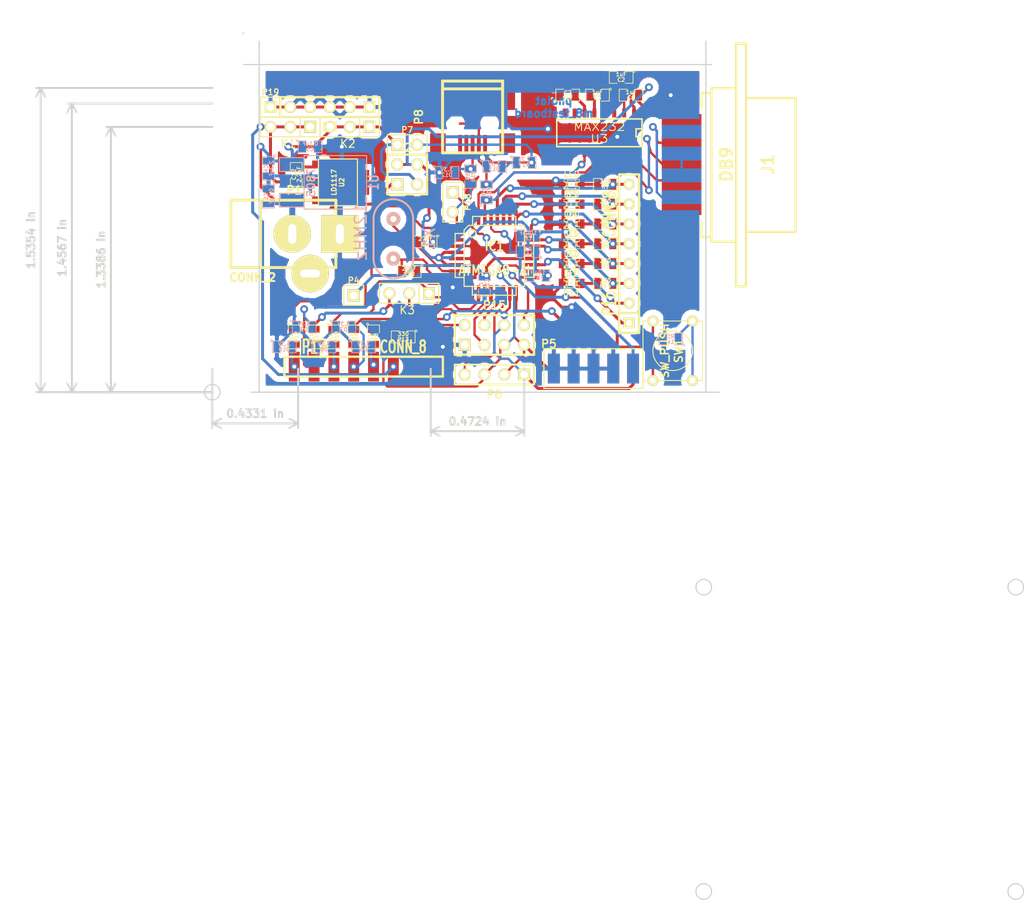
<source format=kicad_pcb>
(kicad_pcb (version 3) (host pcbnew "(2013-mar-13)-testing")
  (layers (15 F.Cu signal) (0 B.Cu signal) (18 B.Paste user) (19 F.Paste user) (20 B.SilkS user) (21 F.SilkS user) (22 B.Mask user) (23 F.Mask user) (28 Edge.Cuts user))
  (net 0 "")
  (net 1 /3.3V)
  (net 2 /5V)
  (net 3 /ARef)
  (net 4 /AVcc)
  (net 5 /CE)
  (net 6 /CSN)
  (net 7 /D0)
  (net 8 /D1)
  (net 9 /D2)
  (net 10 /D3)
  (net 11 /D4)
  (net 12 /D5)
  (net 13 /DC)
  (net 14 /Data+)
  (net 15 /Data-)
  (net 16 /IRQ)
  (net 17 /MISO)
  (net 18 /MOSI)
  (net 19 /N_RES)
  (net 20 /RES)
  (net 21 /SCE)
  (net 22 /SCK)
  (net 23 /SS)
  (net 24 /TX)
  (net 25 GND)
  (net 26 N-0000019)
  (net 27 N-0000021)
  (net 28 N-0000022)
  (net 29 N-0000023)
  (net 30 N-0000024)
  (net 31 N-0000025)
  (net 32 N-0000028)
  (net 33 N-000003)
  (net 34 N-0000036)
  (net 35 N-0000042)
  (net 36 N-0000043)
  (net 37 N-0000045)
  (net 38 N-0000046)
  (net 39 N-0000047)
  (net 40 N-0000048)
  (net 41 N-0000049)
  (net 42 N-0000050)
  (net 43 N-0000051)
  (net 44 N-0000052)
  (net 45 N-0000053)
  (net 46 N-0000054)
  (net 47 N-0000055)
  (net 48 N-0000058)
  (net 49 N-0000059)
  (net 50 N-000006)
  (net 51 N-0000060)
  (net 52 N-0000061)
  (net 53 N-0000062)
  (net 54 N-0000063)
  (net 55 N-0000064)
  (net 56 N-0000065)
  (net 57 N-0000066)
  (net 58 N-0000069)
  (net 59 N-000007)
  (net 60 N-0000070)
  (net 61 N-0000071)
  (net 62 N-0000072)
  (net 63 N-0000073)
  (net 64 N-0000074)
  (net 65 VAA)
  (net 66 VCC)
  (module sot223-ldo (layer F.Cu) (at 117.602 54.102 270)
    (fp_text reference U2 (at 0 0 270) (layer F.SilkS) (effects (font (size 0.6 0.6))))
    (fp_text value LD1117 (at 0 1 270) (layer F.SilkS) (effects (font (size 0.6 0.6))))
    (pad 2 smd rect (at 0 -2.5 270) (size 3.2 2) (layers F.Cu F.Paste F.Mask) (net 1 /3.3V))
    (pad 2 smd rect (at 0 3 270) (size 1 1.6) (layers F.Cu F.Paste F.Mask) (net 1 /3.3V))
    (pad 3 smd rect (at 2.3 3 270) (size 1 1.6) (layers F.Cu F.Paste F.Mask) (net 2 /5V))
    (pad 1 smd rect (at -2.3 3 270) (size 1 1.6) (layers F.Cu F.Paste F.Mask) (net 25 GND))
  )
  (module SM0805 (layer F.Cu) (at 128.27 61.722 180)
    (fp_text reference C9 (at 0 -0.3175 180) (layer F.SilkS) (effects (font (size 0.50038 0.50038) (thickness 0.10922))))
    (fp_text value 27Pf (at 0 0.381 180) (layer F.SilkS) (effects (font (size 0.50038 0.50038) (thickness 0.10922))))
    (pad 1 smd rect (at -0.9525 0 180) (size 0.889 1.397) (layers F.Cu F.Paste F.Mask) (net 25 GND))
    (pad 2 smd rect (at 0.9525 0 180) (size 0.889 1.397) (layers F.Cu F.Paste F.Mask) (net 53 N-0000062))
  )
  (module SM0805 (layer F.Cu) (at 126.238 65.532 180)
    (fp_text reference C10 (at 0 -0.3175 180) (layer F.SilkS) (effects (font (size 0.50038 0.50038) (thickness 0.10922))))
    (fp_text value 27pF (at 0 0.381 180) (layer F.SilkS) (effects (font (size 0.50038 0.50038) (thickness 0.10922))))
    (pad 1 smd rect (at -0.9525 0 180) (size 0.889 1.397) (layers F.Cu F.Paste F.Mask) (net 25 GND))
    (pad 2 smd rect (at 0.9525 0 180) (size 0.889 1.397) (layers F.Cu F.Paste F.Mask) (net 52 N-0000061))
  )
  (module LED-0805 (layer F.Cu) (at 147.066 64.516 180)
    (fp_text reference D1 (at 0 -1.27 180) (layer F.SilkS) (effects (font (size 0.762 0.762) (thickness 0.127))))
    (fp_text value LED (at 0 1.27 180) (layer F.SilkS) (effects (font (size 0.762 0.762) (thickness 0.127))))
    (pad 1 smd rect (at -1.04902 0 180) (size 1.19888 1.19888) (layers F.Cu F.Paste F.Mask) (net 37 N-0000045))
    (pad 2 smd rect (at 1.04902 0 180) (size 1.19888 1.19888) (layers F.Cu F.Paste F.Mask) (net 25 GND))
  )
  (module LED-0805 (layer F.Cu) (at 147.066 61.976 180)
    (fp_text reference D2 (at 0 -1.27 180) (layer F.SilkS) (effects (font (size 0.762 0.762) (thickness 0.127))))
    (fp_text value LED (at 0 1.27 180) (layer F.SilkS) (effects (font (size 0.762 0.762) (thickness 0.127))))
    (pad 1 smd rect (at -1.04902 0 180) (size 1.19888 1.19888) (layers F.Cu F.Paste F.Mask) (net 38 N-0000046))
    (pad 2 smd rect (at 1.04902 0 180) (size 1.19888 1.19888) (layers F.Cu F.Paste F.Mask) (net 25 GND))
  )
  (module LED-0805 (layer F.Cu) (at 147.066 59.436 180)
    (fp_text reference D3 (at 0 -1.27 180) (layer F.SilkS) (effects (font (size 0.762 0.762) (thickness 0.127))))
    (fp_text value LED (at 0 1.27 180) (layer F.SilkS) (effects (font (size 0.762 0.762) (thickness 0.127))))
    (pad 1 smd rect (at -1.04902 0 180) (size 1.19888 1.19888) (layers F.Cu F.Paste F.Mask) (net 39 N-0000047))
    (pad 2 smd rect (at 1.04902 0 180) (size 1.19888 1.19888) (layers F.Cu F.Paste F.Mask) (net 25 GND))
  )
  (module LED-0805 (layer F.Cu) (at 147.066 56.896 180)
    (fp_text reference D4 (at 0 -1.27 180) (layer F.SilkS) (effects (font (size 0.762 0.762) (thickness 0.127))))
    (fp_text value LED (at 0 1.27 180) (layer F.SilkS) (effects (font (size 0.762 0.762) (thickness 0.127))))
    (pad 1 smd rect (at -1.04902 0 180) (size 1.19888 1.19888) (layers F.Cu F.Paste F.Mask) (net 40 N-0000048))
    (pad 2 smd rect (at 1.04902 0 180) (size 1.19888 1.19888) (layers F.Cu F.Paste F.Mask) (net 25 GND))
  )
  (module LED-0805 (layer F.Cu) (at 147.066 54.356 180)
    (fp_text reference D5 (at 0 -1.27 180) (layer F.SilkS) (effects (font (size 0.762 0.762) (thickness 0.127))))
    (fp_text value LED (at 0 1.27 180) (layer F.SilkS) (effects (font (size 0.762 0.762) (thickness 0.127))))
    (pad 1 smd rect (at -1.04902 0 180) (size 1.19888 1.19888) (layers F.Cu F.Paste F.Mask) (net 41 N-0000049))
    (pad 2 smd rect (at 1.04902 0 180) (size 1.19888 1.19888) (layers F.Cu F.Paste F.Mask) (net 25 GND))
  )
  (module SM0805 (layer B.Cu) (at 120.396 75.184)
    (fp_text reference D6 (at 0 0.3175) (layer B.SilkS) (effects (font (size 0.50038 0.50038) (thickness 0.10922)) (justify mirror)))
    (fp_text value 3.3V (at 0 -0.381) (layer B.SilkS) (effects (font (size 0.50038 0.50038) (thickness 0.10922)) (justify mirror)))
    (pad 1 smd rect (at -0.9525 0) (size 0.889 1.397) (layers B.Cu B.Paste B.Mask) (net 25 GND))
    (pad 2 smd rect (at 0.9525 0) (size 0.889 1.397) (layers B.Cu B.Paste B.Mask) (net 34 N-0000036))
  )
  (module SM0805 (layer B.Cu) (at 117.856 72.644)
    (fp_text reference D7 (at 0 0.3175) (layer B.SilkS) (effects (font (size 0.50038 0.50038) (thickness 0.10922)) (justify mirror)))
    (fp_text value 3.3V (at 0 -0.381) (layer B.SilkS) (effects (font (size 0.50038 0.50038) (thickness 0.10922)) (justify mirror)))
    (pad 1 smd rect (at -0.9525 0) (size 0.889 1.397) (layers B.Cu B.Paste B.Mask) (net 25 GND))
    (pad 2 smd rect (at 0.9525 0) (size 0.889 1.397) (layers B.Cu B.Paste B.Mask) (net 64 N-0000074))
  )
  (module SM0805 (layer B.Cu) (at 115.316 75.184)
    (fp_text reference D8 (at 0 0.3175) (layer B.SilkS) (effects (font (size 0.50038 0.50038) (thickness 0.10922)) (justify mirror)))
    (fp_text value 3.3V (at 0 -0.381) (layer B.SilkS) (effects (font (size 0.50038 0.50038) (thickness 0.10922)) (justify mirror)))
    (pad 1 smd rect (at -0.9525 0) (size 0.889 1.397) (layers B.Cu B.Paste B.Mask) (net 25 GND))
    (pad 2 smd rect (at 0.9525 0) (size 0.889 1.397) (layers B.Cu B.Paste B.Mask) (net 61 N-0000071))
  )
  (module SM0805 (layer B.Cu) (at 112.776 72.644)
    (fp_text reference D9 (at 0 0.3175) (layer B.SilkS) (effects (font (size 0.50038 0.50038) (thickness 0.10922)) (justify mirror)))
    (fp_text value 3.3V (at 0 -0.381) (layer B.SilkS) (effects (font (size 0.50038 0.50038) (thickness 0.10922)) (justify mirror)))
    (pad 1 smd rect (at -0.9525 0) (size 0.889 1.397) (layers B.Cu B.Paste B.Mask) (net 25 GND))
    (pad 2 smd rect (at 0.9525 0) (size 0.889 1.397) (layers B.Cu B.Paste B.Mask) (net 60 N-0000070))
  )
  (module SM0805 (layer B.Cu) (at 110.236 75.184)
    (fp_text reference D10 (at 0 0.3175) (layer B.SilkS) (effects (font (size 0.50038 0.50038) (thickness 0.10922)) (justify mirror)))
    (fp_text value 3.3V (at 0 -0.381) (layer B.SilkS) (effects (font (size 0.50038 0.50038) (thickness 0.10922)) (justify mirror)))
    (pad 1 smd rect (at -0.9525 0) (size 0.889 1.397) (layers B.Cu B.Paste B.Mask) (net 25 GND))
    (pad 2 smd rect (at 0.9525 0) (size 0.889 1.397) (layers B.Cu B.Paste B.Mask) (net 58 N-0000069))
  )
  (module LED-0805 (layer F.Cu) (at 147.066 67.056 180)
    (fp_text reference D11 (at 0 -1.27 180) (layer F.SilkS) (effects (font (size 0.762 0.762) (thickness 0.127))))
    (fp_text value LED (at 0 1.27 180) (layer F.SilkS) (effects (font (size 0.762 0.762) (thickness 0.127))))
    (pad 1 smd rect (at -1.04902 0 180) (size 1.19888 1.19888) (layers F.Cu F.Paste F.Mask) (net 32 N-0000028))
    (pad 2 smd rect (at 1.04902 0 180) (size 1.19888 1.19888) (layers F.Cu F.Paste F.Mask) (net 25 GND))
  )
  (module TQFP32 (layer F.Cu) (at 137.16 63.5)
    (fp_text reference IC1 (at 0 -1.27) (layer F.SilkS) (effects (font (size 1.27 1.016) (thickness 0.2032))))
    (fp_text value ATMEGA8-AI (at 0 1.905) (layer F.SilkS) (effects (font (size 1.27 1.016) (thickness 0.2032))))
    (pad 8 smd rect (at -4.81584 2.77622) (size 1.99898 0.44958) (layers F.Cu F.Paste F.Mask) (net 52 N-0000061))
    (pad 7 smd rect (at -4.81584 1.97612) (size 1.99898 0.44958) (layers F.Cu F.Paste F.Mask) (net 53 N-0000062))
    (pad 6 smd rect (at -4.81584 1.17602) (size 1.99898 0.44958) (layers F.Cu F.Paste F.Mask) (net 66 VCC))
    (pad 5 smd rect (at -4.81584 0.37592) (size 1.99898 0.44958) (layers F.Cu F.Paste F.Mask) (net 25 GND))
    (pad 4 smd rect (at -4.81584 -0.42418) (size 1.99898 0.44958) (layers F.Cu F.Paste F.Mask) (net 66 VCC))
    (pad 3 smd rect (at -4.81584 -1.22428) (size 1.99898 0.44958) (layers F.Cu F.Paste F.Mask) (net 25 GND))
    (pad 2 smd rect (at -4.81584 -2.02438) (size 1.99898 0.44958) (layers F.Cu F.Paste F.Mask) (net 19 /N_RES))
    (pad 1 smd rect (at -4.81584 -2.82448) (size 1.99898 0.44958) (layers F.Cu F.Paste F.Mask) (net 14 /Data+))
    (pad 24 smd rect (at 4.7498 -2.8194) (size 1.99898 0.44958) (layers F.Cu F.Paste F.Mask) (net 8 /D1))
    (pad 17 smd rect (at 4.7498 2.794) (size 1.99898 0.44958) (layers F.Cu F.Paste F.Mask) (net 22 /SCK))
    (pad 18 smd rect (at 4.7498 1.9812) (size 1.99898 0.44958) (layers F.Cu F.Paste F.Mask) (net 4 /AVcc))
    (pad 19 smd rect (at 4.7498 1.1684) (size 1.99898 0.44958) (layers F.Cu F.Paste F.Mask) (net 36 N-0000043))
    (pad 20 smd rect (at 4.7498 0.381) (size 1.99898 0.44958) (layers F.Cu F.Paste F.Mask) (net 3 /ARef))
    (pad 21 smd rect (at 4.7498 -0.4318) (size 1.99898 0.44958) (layers F.Cu F.Paste F.Mask) (net 25 GND))
    (pad 22 smd rect (at 4.7498 -1.2192) (size 1.99898 0.44958) (layers F.Cu F.Paste F.Mask) (net 35 N-0000042))
    (pad 23 smd rect (at 4.7498 -2.032) (size 1.99898 0.44958) (layers F.Cu F.Paste F.Mask) (net 7 /D0))
    (pad 32 smd rect (at -2.82448 -4.826) (size 0.44958 1.99898) (layers F.Cu F.Paste F.Mask) (net 16 /IRQ))
    (pad 31 smd rect (at -2.02692 -4.826) (size 0.44958 1.99898) (layers F.Cu F.Paste F.Mask) (net 24 /TX))
    (pad 30 smd rect (at -1.22428 -4.826) (size 0.44958 1.99898) (layers F.Cu F.Paste F.Mask) (net 15 /Data-))
    (pad 29 smd rect (at -0.42672 -4.826) (size 0.44958 1.99898) (layers F.Cu F.Paste F.Mask) (net 20 /RES))
    (pad 28 smd rect (at 0.37592 -4.826) (size 0.44958 1.99898) (layers F.Cu F.Paste F.Mask) (net 12 /D5))
    (pad 27 smd rect (at 1.17348 -4.826) (size 0.44958 1.99898) (layers F.Cu F.Paste F.Mask) (net 11 /D4))
    (pad 26 smd rect (at 1.97612 -4.826) (size 0.44958 1.99898) (layers F.Cu F.Paste F.Mask) (net 10 /D3))
    (pad 25 smd rect (at 2.77368 -4.826) (size 0.44958 1.99898) (layers F.Cu F.Paste F.Mask) (net 9 /D2))
    (pad 9 smd rect (at -2.8194 4.7752) (size 0.44958 1.99898) (layers F.Cu F.Paste F.Mask) (net 13 /DC))
    (pad 10 smd rect (at -2.032 4.7752) (size 0.44958 1.99898) (layers F.Cu F.Paste F.Mask) (net 31 N-0000025))
    (pad 11 smd rect (at -1.2192 4.7752) (size 0.44958 1.99898) (layers F.Cu F.Paste F.Mask) (net 21 /SCE))
    (pad 12 smd rect (at -0.4318 4.7752) (size 0.44958 1.99898) (layers F.Cu F.Paste F.Mask) (net 5 /CE))
    (pad 13 smd rect (at 0.3556 4.7752) (size 0.44958 1.99898) (layers F.Cu F.Paste F.Mask) (net 6 /CSN))
    (pad 14 smd rect (at 1.1684 4.7752) (size 0.44958 1.99898) (layers F.Cu F.Paste F.Mask) (net 23 /SS))
    (pad 15 smd rect (at 1.9812 4.7752) (size 0.44958 1.99898) (layers F.Cu F.Paste F.Mask) (net 18 /MOSI))
    (pad 16 smd rect (at 2.794 4.7752) (size 0.44958 1.99898) (layers F.Cu F.Paste F.Mask) (net 17 /MISO))
  )
  (module PIN_ARRAY_3X1 (layer F.Cu) (at 110.998 46.99 180)
    (fp_text reference K1 (at 0.254 -2.159 180) (layer F.SilkS) (effects (font (size 1.016 1.016) (thickness 0.1524))))
    (fp_text value CONN_3 hide)
    (pad 1 thru_hole rect (at -2.54 0 180) (size 1.524 1.524) (drill 1.016) (layers *.Cu *.Mask F.SilkS) (net 1 /3.3V))
    (pad 2 thru_hole circle (at 0 0 180) (size 1.524 1.524) (drill 1.016) (layers *.Cu *.Mask F.SilkS) (net 1 /3.3V))
    (pad 3 thru_hole circle (at 2.54 0 180) (size 1.524 1.524) (drill 1.016) (layers *.Cu *.Mask F.SilkS) (net 1 /3.3V))
  )
  (module PIN_ARRAY_3X1 (layer F.Cu) (at 118.618 46.99 180)
    (fp_text reference K2 (at 0.254 -2.159 180) (layer F.SilkS) (effects (font (size 1.016 1.016) (thickness 0.1524))))
    (fp_text value CONN_3 hide)
    (pad 1 thru_hole rect (at -2.54 0 180) (size 1.524 1.524) (drill 1.016) (layers *.Cu *.Mask F.SilkS) (net 2 /5V))
    (pad 2 thru_hole circle (at 0 0 180) (size 1.524 1.524) (drill 1.016) (layers *.Cu *.Mask F.SilkS) (net 2 /5V))
    (pad 3 thru_hole circle (at 2.54 0 180) (size 1.524 1.524) (drill 1.016) (layers *.Cu *.Mask F.SilkS) (net 2 /5V))
  )
  (module PIN_ARRAY_3X1 (layer F.Cu) (at 126.238 68.326 180)
    (fp_text reference K3 (at 0.254 -2.159 180) (layer F.SilkS) (effects (font (size 1.016 1.016) (thickness 0.1524))))
    (fp_text value CONN_3 hide)
    (pad 1 thru_hole rect (at -2.54 0 180) (size 1.524 1.524) (drill 1.016) (layers *.Cu *.Mask F.SilkS) (net 13 /DC))
    (pad 2 thru_hole circle (at 0 0 180) (size 1.524 1.524) (drill 1.016) (layers *.Cu *.Mask F.SilkS) (net 31 N-0000025))
    (pad 3 thru_hole circle (at 2.54 0 180) (size 1.524 1.524) (drill 1.016) (layers *.Cu *.Mask F.SilkS) (net 21 /SCE))
  )
  (module PIN_ARRAY_2X2 (layer F.Cu) (at 125.984 53.086)
    (fp_text reference P2 (at -0.381 -3.429) (layer F.SilkS) (effects (font (size 1.016 1.016) (thickness 0.2032))))
    (fp_text value CONN_2X2 hide)
    (pad 1 thru_hole rect (at -1.27 1.27) (size 1.524 1.524) (drill 1.016) (layers *.Cu *.Mask F.SilkS) (net 1 /3.3V))
    (pad 2 thru_hole circle (at -1.27 -1.27) (size 1.524 1.524) (drill 1.016) (layers *.Cu *.Mask F.SilkS) (net 66 VCC))
    (pad 3 thru_hole circle (at 1.27 1.27) (size 1.524 1.524) (drill 1.016) (layers *.Cu *.Mask F.SilkS) (net 2 /5V))
    (pad 4 thru_hole circle (at 1.27 -1.27) (size 1.524 1.524) (drill 1.016) (layers *.Cu *.Mask F.SilkS) (net 66 VCC))
  )
  (module ISP_SMD (layer F.Cu) (at 151.13 77.978 180)
    (fp_text reference P5 (at 6.985 3.175 180) (layer F.SilkS) (effects (font (size 1.016 1.016) (thickness 0.2032))))
    (fp_text value CONN_10 hide)
    (pad 1 smd rect (at -3.81 0) (size 1.524 3.81) (layers B.Cu F.Paste F.Mask) (net 66 VCC))
    (pad 2 smd rect (at 6.35 0) (size 1.524 3.81) (layers B.Cu F.Paste F.Mask) (net 25 GND))
    (pad 3 smd rect (at 1.27 0) (size 1.524 3.81) (layers B.Cu F.Paste F.Mask) (net 25 GND))
    (pad 4 smd rect (at 3.81 0) (size 1.524 3.81) (layers B.Cu F.Paste F.Mask) (net 25 GND))
    (pad 5 smd rect (at -1.27 0) (size 1.524 3.81) (layers B.Cu F.Paste F.Mask) (net 25 GND))
    (pad 6 smd rect (at 6.35 0) (size 1.524 3.81) (layers F.Cu F.Paste F.Mask) (net 17 /MISO))
    (pad 7 smd rect (at 3.81 0) (size 1.524 3.81) (layers F.Cu F.Paste F.Mask) (net 22 /SCK))
    (pad 8 smd rect (at 1.27 0) (size 1.524 3.81) (layers F.Cu F.Paste F.Mask) (net 20 /RES))
    (pad 9 smd rect (at -1.27 0) (size 1.524 3.81) (layers F.Cu F.Paste F.Mask) (net 54 N-0000063))
    (pad 10 smd rect (at -3.81 0) (size 1.524 3.81) (layers F.Cu F.Paste F.Mask) (net 18 /MOSI))
  )
  (module SIL-8 (layer F.Cu) (at 154.432 63.246 90)
    (fp_text reference P16 (at -6.35 -2.54 90) (layer F.SilkS) (effects (font (size 1.72974 1.08712) (thickness 0.3048))))
    (fp_text value CONN_8 (at 5.08 -2.54 90) (layer F.SilkS) (effects (font (size 1.524 1.016) (thickness 0.3048))))
    (pad 1 thru_hole rect (at -8.89 0 90) (size 1.397 1.397) (drill 0.8128) (layers *.Cu *.Mask F.SilkS) (net 36 N-0000043))
    (pad 2 thru_hole circle (at -6.35 0 90) (size 1.397 1.397) (drill 0.8128) (layers *.Cu *.Mask F.SilkS) (net 35 N-0000042))
    (pad 3 thru_hole circle (at -3.81 0 90) (size 1.397 1.397) (drill 0.8128) (layers *.Cu *.Mask F.SilkS) (net 7 /D0))
    (pad 4 thru_hole circle (at -1.27 0 90) (size 1.397 1.397) (drill 0.8128) (layers *.Cu *.Mask F.SilkS) (net 8 /D1))
    (pad 5 thru_hole circle (at 1.27 0 90) (size 1.397 1.397) (drill 0.8128) (layers *.Cu *.Mask F.SilkS) (net 9 /D2))
    (pad 6 thru_hole circle (at 3.81 0 90) (size 1.397 1.397) (drill 0.8128) (layers *.Cu *.Mask F.SilkS) (net 10 /D3))
    (pad 7 thru_hole circle (at 6.35 0 90) (size 1.397 1.397) (drill 0.8128) (layers *.Cu *.Mask F.SilkS) (net 11 /D4))
    (pad 8 thru_hole circle (at 8.89 0 90) (size 1.397 1.397) (drill 0.8128) (layers *.Cu *.Mask F.SilkS) (net 12 /D5))
  )
  (module SM0805 (layer B.Cu) (at 159.766 74.168 180)
    (fp_text reference R1 (at 0 0.3175 180) (layer B.SilkS) (effects (font (size 0.50038 0.50038) (thickness 0.10922)) (justify mirror)))
    (fp_text value 1k (at 0 -0.381 180) (layer B.SilkS) (effects (font (size 0.50038 0.50038) (thickness 0.10922)) (justify mirror)))
    (pad 1 smd rect (at -0.9525 0 180) (size 0.889 1.397) (layers B.Cu B.Paste B.Mask) (net 30 N-0000024))
    (pad 2 smd rect (at 0.9525 0 180) (size 0.889 1.397) (layers B.Cu B.Paste B.Mask) (net 25 GND))
  )
  (module SM0805 (layer B.Cu) (at 141.478 62.992 180)
    (fp_text reference R2 (at 0 0.3175 180) (layer B.SilkS) (effects (font (size 0.50038 0.50038) (thickness 0.10922)) (justify mirror)))
    (fp_text value 10k (at 0 -0.381 180) (layer B.SilkS) (effects (font (size 0.50038 0.50038) (thickness 0.10922)) (justify mirror)))
    (pad 1 smd rect (at -0.9525 0 180) (size 0.889 1.397) (layers B.Cu B.Paste B.Mask) (net 66 VCC))
    (pad 2 smd rect (at 0.9525 0 180) (size 0.889 1.397) (layers B.Cu B.Paste B.Mask) (net 20 /RES))
  )
  (module SM0805 (layer F.Cu) (at 151.384 64.516 180)
    (fp_text reference R3 (at 0 -0.3175 180) (layer F.SilkS) (effects (font (size 0.50038 0.50038) (thickness 0.10922))))
    (fp_text value 330 (at 0 0.381 180) (layer F.SilkS) (effects (font (size 0.50038 0.50038) (thickness 0.10922))))
    (pad 1 smd rect (at -0.9525 0 180) (size 0.889 1.397) (layers F.Cu F.Paste F.Mask) (net 8 /D1))
    (pad 2 smd rect (at 0.9525 0 180) (size 0.889 1.397) (layers F.Cu F.Paste F.Mask) (net 37 N-0000045))
  )
  (module SM0805 (layer F.Cu) (at 151.384 61.976 180)
    (fp_text reference R4 (at 0 -0.3175 180) (layer F.SilkS) (effects (font (size 0.50038 0.50038) (thickness 0.10922))))
    (fp_text value 330 (at 0 0.381 180) (layer F.SilkS) (effects (font (size 0.50038 0.50038) (thickness 0.10922))))
    (pad 1 smd rect (at -0.9525 0 180) (size 0.889 1.397) (layers F.Cu F.Paste F.Mask) (net 9 /D2))
    (pad 2 smd rect (at 0.9525 0 180) (size 0.889 1.397) (layers F.Cu F.Paste F.Mask) (net 38 N-0000046))
  )
  (module SM0805 (layer F.Cu) (at 151.384 59.436 180)
    (fp_text reference R5 (at 0 -0.3175 180) (layer F.SilkS) (effects (font (size 0.50038 0.50038) (thickness 0.10922))))
    (fp_text value 330 (at 0 0.381 180) (layer F.SilkS) (effects (font (size 0.50038 0.50038) (thickness 0.10922))))
    (pad 1 smd rect (at -0.9525 0 180) (size 0.889 1.397) (layers F.Cu F.Paste F.Mask) (net 10 /D3))
    (pad 2 smd rect (at 0.9525 0 180) (size 0.889 1.397) (layers F.Cu F.Paste F.Mask) (net 39 N-0000047))
  )
  (module SM0805 (layer F.Cu) (at 151.384 56.896 180)
    (fp_text reference R6 (at 0 -0.3175 180) (layer F.SilkS) (effects (font (size 0.50038 0.50038) (thickness 0.10922))))
    (fp_text value 330 (at 0 0.381 180) (layer F.SilkS) (effects (font (size 0.50038 0.50038) (thickness 0.10922))))
    (pad 1 smd rect (at -0.9525 0 180) (size 0.889 1.397) (layers F.Cu F.Paste F.Mask) (net 11 /D4))
    (pad 2 smd rect (at 0.9525 0 180) (size 0.889 1.397) (layers F.Cu F.Paste F.Mask) (net 40 N-0000048))
  )
  (module SM0805 (layer F.Cu) (at 151.384 54.356 180)
    (fp_text reference R7 (at 0 -0.3175 180) (layer F.SilkS) (effects (font (size 0.50038 0.50038) (thickness 0.10922))))
    (fp_text value 330 (at 0 0.381 180) (layer F.SilkS) (effects (font (size 0.50038 0.50038) (thickness 0.10922))))
    (pad 1 smd rect (at -0.9525 0 180) (size 0.889 1.397) (layers F.Cu F.Paste F.Mask) (net 12 /D5))
    (pad 2 smd rect (at 0.9525 0 180) (size 0.889 1.397) (layers F.Cu F.Paste F.Mask) (net 41 N-0000049))
  )
  (module SM0805 (layer F.Cu) (at 121.666 73.914 270)
    (fp_text reference R8 (at 0 -0.3175 270) (layer F.SilkS) (effects (font (size 0.50038 0.50038) (thickness 0.10922))))
    (fp_text value 1k (at 0 0.381 270) (layer F.SilkS) (effects (font (size 0.50038 0.50038) (thickness 0.10922))))
    (pad 1 smd rect (at -0.9525 0 270) (size 0.889 1.397) (layers F.Cu F.Paste F.Mask) (net 22 /SCK))
    (pad 2 smd rect (at 0.9525 0 270) (size 0.889 1.397) (layers F.Cu F.Paste F.Mask) (net 34 N-0000036))
  )
  (module SM0805 (layer F.Cu) (at 119.126 73.914 270)
    (fp_text reference R9 (at 0 -0.3175 270) (layer F.SilkS) (effects (font (size 0.50038 0.50038) (thickness 0.10922))))
    (fp_text value 1k (at 0 0.381 270) (layer F.SilkS) (effects (font (size 0.50038 0.50038) (thickness 0.10922))))
    (pad 1 smd rect (at -0.9525 0 270) (size 0.889 1.397) (layers F.Cu F.Paste F.Mask) (net 18 /MOSI))
    (pad 2 smd rect (at 0.9525 0 270) (size 0.889 1.397) (layers F.Cu F.Paste F.Mask) (net 64 N-0000074))
  )
  (module SM0805 (layer F.Cu) (at 116.586 73.914 270)
    (fp_text reference R10 (at 0 -0.3175 270) (layer F.SilkS) (effects (font (size 0.50038 0.50038) (thickness 0.10922))))
    (fp_text value 1k (at 0 0.381 270) (layer F.SilkS) (effects (font (size 0.50038 0.50038) (thickness 0.10922))))
    (pad 1 smd rect (at -0.9525 0 270) (size 0.889 1.397) (layers F.Cu F.Paste F.Mask) (net 13 /DC))
    (pad 2 smd rect (at 0.9525 0 270) (size 0.889 1.397) (layers F.Cu F.Paste F.Mask) (net 61 N-0000071))
  )
  (module SM0805 (layer F.Cu) (at 114.046 73.914 270)
    (fp_text reference R11 (at 0 -0.3175 270) (layer F.SilkS) (effects (font (size 0.50038 0.50038) (thickness 0.10922))))
    (fp_text value 1k (at 0 0.381 270) (layer F.SilkS) (effects (font (size 0.50038 0.50038) (thickness 0.10922))))
    (pad 1 smd rect (at -0.9525 0 270) (size 0.889 1.397) (layers F.Cu F.Paste F.Mask) (net 21 /SCE))
    (pad 2 smd rect (at 0.9525 0 270) (size 0.889 1.397) (layers F.Cu F.Paste F.Mask) (net 60 N-0000070))
  )
  (module SM0805 (layer F.Cu) (at 111.506 73.914 270)
    (fp_text reference R12 (at 0 -0.3175 270) (layer F.SilkS) (effects (font (size 0.50038 0.50038) (thickness 0.10922))))
    (fp_text value 1k (at 0 0.381 270) (layer F.SilkS) (effects (font (size 0.50038 0.50038) (thickness 0.10922))))
    (pad 1 smd rect (at -0.9525 0 270) (size 0.889 1.397) (layers F.Cu F.Paste F.Mask) (net 19 /N_RES))
    (pad 2 smd rect (at 0.9525 0 270) (size 0.889 1.397) (layers F.Cu F.Paste F.Mask) (net 58 N-0000069))
  )
  (module SM0805 (layer F.Cu) (at 125.476 73.914 180)
    (fp_text reference R13 (at 0 -0.3175 180) (layer F.SilkS) (effects (font (size 0.50038 0.50038) (thickness 0.10922))))
    (fp_text value 330 (at 0 0.381 180) (layer F.SilkS) (effects (font (size 0.50038 0.50038) (thickness 0.10922))))
    (pad 1 smd rect (at -0.9525 0 180) (size 0.889 1.397) (layers F.Cu F.Paste F.Mask) (net 26 N-0000019))
    (pad 2 smd rect (at 0.9525 0 180) (size 0.889 1.397) (layers F.Cu F.Paste F.Mask) (net 1 /3.3V))
  )
  (module SM0805 (layer F.Cu) (at 151.384 67.056 180)
    (fp_text reference R14 (at 0 -0.3175 180) (layer F.SilkS) (effects (font (size 0.50038 0.50038) (thickness 0.10922))))
    (fp_text value 330 (at 0 0.381 180) (layer F.SilkS) (effects (font (size 0.50038 0.50038) (thickness 0.10922))))
    (pad 1 smd rect (at -0.9525 0 180) (size 0.889 1.397) (layers F.Cu F.Paste F.Mask) (net 7 /D0))
    (pad 2 smd rect (at 0.9525 0 180) (size 0.889 1.397) (layers F.Cu F.Paste F.Mask) (net 32 N-0000028))
  )
  (module SM0805 (layer B.Cu) (at 136.144 55.372 90)
    (fp_text reference R15 (at 0 0.3175 90) (layer B.SilkS) (effects (font (size 0.50038 0.50038) (thickness 0.10922)) (justify mirror)))
    (fp_text value 68 (at 0 -0.381 90) (layer B.SilkS) (effects (font (size 0.50038 0.50038) (thickness 0.10922)) (justify mirror)))
    (pad 1 smd rect (at -0.9525 0 90) (size 0.889 1.397) (layers B.Cu B.Paste B.Mask) (net 15 /Data-))
    (pad 2 smd rect (at 0.9525 0 90) (size 0.889 1.397) (layers B.Cu B.Paste B.Mask) (net 55 N-0000064))
  )
  (module SM0805 (layer B.Cu) (at 134.112 53.34 90)
    (fp_text reference R16 (at 0 0.3175 90) (layer B.SilkS) (effects (font (size 0.50038 0.50038) (thickness 0.10922)) (justify mirror)))
    (fp_text value 68 (at 0 -0.381 90) (layer B.SilkS) (effects (font (size 0.50038 0.50038) (thickness 0.10922)) (justify mirror)))
    (pad 1 smd rect (at -0.9525 0 90) (size 0.889 1.397) (layers B.Cu B.Paste B.Mask) (net 14 /Data+))
    (pad 2 smd rect (at 0.9525 0 90) (size 0.889 1.397) (layers B.Cu B.Paste B.Mask) (net 56 N-0000065))
  )
  (module SM0805 (layer B.Cu) (at 140.97 51.562)
    (fp_text reference R17 (at 0 0.3175) (layer B.SilkS) (effects (font (size 0.50038 0.50038) (thickness 0.10922)) (justify mirror)))
    (fp_text value 2.2k (at 0 -0.381) (layer B.SilkS) (effects (font (size 0.50038 0.50038) (thickness 0.10922)) (justify mirror)))
    (pad 1 smd rect (at -0.9525 0) (size 0.889 1.397) (layers B.Cu B.Paste B.Mask) (net 55 N-0000064))
    (pad 2 smd rect (at 0.9525 0) (size 0.889 1.397) (layers B.Cu B.Paste B.Mask) (net 33 N-000003))
  )
  (module SW_PUSH_SMALL (layer F.Cu) (at 160.02 75.692 270)
    (fp_text reference SW1 (at 0 -0.762 270) (layer F.SilkS) (effects (font (size 1.016 1.016) (thickness 0.2032))))
    (fp_text value SW_PUSH (at 0 1.016 270) (layer F.SilkS) (effects (font (size 1.016 1.016) (thickness 0.2032))))
    (pad 1 thru_hole circle (at 3.81 -2.54 270) (size 1.397 1.397) (drill 0.8128) (layers *.Cu *.Mask F.SilkS) (net 30 N-0000024))
    (pad 2 thru_hole circle (at 3.81 2.54 270) (size 1.397 1.397) (drill 0.8128) (layers *.Cu *.Mask F.SilkS) (net 20 /RES))
    (pad 1 thru_hole circle (at -3.81 -2.54 270) (size 1.397 1.397) (drill 0.8128) (layers *.Cu *.Mask F.SilkS) (net 30 N-0000024))
    (pad 2 thru_hole circle (at -3.81 2.54 270) (size 1.397 1.397) (drill 0.8128) (layers *.Cu *.Mask F.SilkS) (net 20 /RES))
  )
  (module DPAK2 (layer B.Cu) (at 111.252 54.102 90)
    (fp_text reference U1 (at 0 10.414 90) (layer B.SilkS) (effects (font (size 1.27 1.016) (thickness 0.2032)) (justify mirror)))
    (fp_text value 7805 (at 0 2.413 90) (layer B.SilkS) (effects (font (size 1.016 1.016) (thickness 0.2032)) (justify mirror)))
    (pad 1 smd rect (at -2.286 0 90) (size 1.651 3.048) (layers B.Cu B.Paste B.Mask) (net 65 VAA))
    (pad 2 smd rect (at 0 6.35 90) (size 6.096 6.096) (layers B.Cu B.Paste B.Mask) (net 25 GND))
    (pad 3 smd rect (at 2.286 0 90) (size 1.651 3.048) (layers B.Cu B.Paste B.Mask) (net 2 /5V))
  )
  (module SO16E (layer F.Cu) (at 150.622 47.752 180)
    (fp_text reference U3 (at 0 -0.762 180) (layer F.SilkS) (effects (font (size 1.016 1.143) (thickness 0.127))))
    (fp_text value MAX232 (at 0 0.762 180) (layer F.SilkS) (effects (font (size 1.016 1.143) (thickness 0.127))))
    (pad 1 smd rect (at -4.445 2.54 180) (size 0.508 1.143) (layers F.Cu F.Paste F.Mask) (net 42 N-0000050))
    (pad 2 smd rect (at -3.175 2.54 180) (size 0.508 1.143) (layers F.Cu F.Paste F.Mask) (net 28 N-0000022))
    (pad 3 smd rect (at -1.905 2.54 180) (size 0.508 1.143) (layers F.Cu F.Paste F.Mask) (net 43 N-0000051))
    (pad 4 smd rect (at -0.635 2.54 180) (size 0.508 1.143) (layers F.Cu F.Paste F.Mask) (net 44 N-0000052))
    (pad 5 smd rect (at 0.635 2.54 180) (size 0.508 1.143) (layers F.Cu F.Paste F.Mask) (net 45 N-0000053))
    (pad 6 smd rect (at 1.905 2.54 180) (size 0.508 1.143) (layers F.Cu F.Paste F.Mask) (net 46 N-0000054))
    (pad 7 smd rect (at 3.175 2.54 180) (size 0.508 1.143) (layers F.Cu F.Paste F.Mask) (net 48 N-0000058))
    (pad 8 smd rect (at 4.445 2.54 180) (size 0.508 1.143) (layers F.Cu F.Paste F.Mask) (net 49 N-0000059))
    (pad 9 smd rect (at 4.445 -2.54 180) (size 0.508 1.143) (layers F.Cu F.Paste F.Mask) (net 51 N-0000060))
    (pad 10 smd rect (at 3.175 -2.54 180) (size 0.508 1.143) (layers F.Cu F.Paste F.Mask) (net 47 N-0000055))
    (pad 11 smd rect (at 1.905 -2.54 180) (size 0.508 1.143) (layers F.Cu F.Paste F.Mask) (net 15 /Data-))
    (pad 12 smd rect (at 0.635 -2.54 180) (size 0.508 1.143) (layers F.Cu F.Paste F.Mask) (net 24 /TX))
    (pad 13 smd rect (at -0.635 -2.54 180) (size 0.508 1.143) (layers F.Cu F.Paste F.Mask) (net 50 N-000006))
    (pad 14 smd rect (at -1.905 -2.54 180) (size 0.508 1.143) (layers F.Cu F.Paste F.Mask) (net 59 N-000007))
    (pad 15 smd rect (at -3.175 -2.54 180) (size 0.508 1.143) (layers F.Cu F.Paste F.Mask) (net 25 GND))
    (pad 16 smd rect (at -4.445 -2.54 180) (size 0.508 1.143) (layers F.Cu F.Paste F.Mask) (net 66 VCC))
  )
  (module pin_array_4x2 (layer F.Cu) (at 137.16 73.66)
    (fp_text reference P15 (at 0 -3.81) (layer F.SilkS) (effects (font (size 1.016 1.016) (thickness 0.2032))))
    (fp_text value CONN_4X2 hide)
    (pad 1 thru_hole rect (at -3.81 1.27) (size 1.524 1.524) (drill 1.016) (layers *.Cu *.Mask F.SilkS) (net 25 GND))
    (pad 2 thru_hole circle (at -3.81 -1.27) (size 1.524 1.524) (drill 1.016) (layers *.Cu *.Mask F.SilkS) (net 1 /3.3V))
    (pad 3 thru_hole circle (at -1.27 1.27) (size 1.524 1.524) (drill 1.016) (layers *.Cu *.Mask F.SilkS) (net 5 /CE))
    (pad 4 thru_hole circle (at -1.27 -1.27) (size 1.524 1.524) (drill 1.016) (layers *.Cu *.Mask F.SilkS) (net 6 /CSN))
    (pad 5 thru_hole circle (at 1.27 1.27) (size 1.524 1.524) (drill 1.016) (layers *.Cu *.Mask F.SilkS) (net 22 /SCK))
    (pad 6 thru_hole circle (at 1.27 -1.27) (size 1.524 1.524) (drill 1.016) (layers *.Cu *.Mask F.SilkS) (net 18 /MOSI))
    (pad 7 thru_hole circle (at 3.81 1.27) (size 1.524 1.524) (drill 1.016) (layers *.Cu *.Mask F.SilkS) (net 17 /MISO))
    (pad 8 thru_hole circle (at 3.81 -1.27) (size 1.524 1.524) (drill 1.016) (layers *.Cu *.Mask F.SilkS) (net 16 /IRQ))
  )
  (module SM0805 (layer B.Cu) (at 142.748 66.04)
    (fp_text reference FB1 (at 0 0.3175) (layer B.SilkS) (effects (font (size 0.50038 0.50038) (thickness 0.10922)) (justify mirror)))
    (fp_text value 10uH (at 0 -0.381) (layer B.SilkS) (effects (font (size 0.50038 0.50038) (thickness 0.10922)) (justify mirror)))
    (pad 1 smd rect (at -0.9525 0) (size 0.889 1.397) (layers B.Cu B.Paste B.Mask) (net 66 VCC))
    (pad 2 smd rect (at 0.9525 0) (size 0.889 1.397) (layers B.Cu B.Paste B.Mask) (net 4 /AVcc))
  )
  (module 5110display (layer F.Cu) (at 120.396 77.724)
    (fp_text reference P17 (at -6.35 -2.54) (layer F.SilkS) (effects (font (size 1.72974 1.08712) (thickness 0.3048))))
    (fp_text value CONN_8 (at 5.08 -2.54) (layer F.SilkS) (effects (font (size 1.524 1.016) (thickness 0.3048))))
    (pad 1 smd rect (at -8.89 0) (size 1.397 3.81) (layers F.Cu F.Paste F.Mask) (net 58 N-0000069))
    (pad 2 smd rect (at -6.35 0) (size 1.397 3.81) (layers F.Cu F.Paste F.Mask) (net 60 N-0000070))
    (pad 3 smd rect (at -3.81 0) (size 1.397 3.81) (layers F.Cu F.Paste F.Mask) (net 61 N-0000071))
    (pad 4 smd rect (at -1.27 0) (size 1.397 3.81) (layers F.Cu F.Paste F.Mask) (net 64 N-0000074))
    (pad 5 smd rect (at 1.27 0) (size 1.397 3.81) (layers F.Cu F.Paste F.Mask) (net 34 N-0000036))
    (pad 6 smd rect (at 3.81 0) (size 1.397 3.81) (layers F.Cu F.Paste F.Mask) (net 1 /3.3V))
    (pad 7 smd rect (at 6.35 0) (size 1.397 3.81) (layers F.Cu F.Paste F.Mask) (net 26 N-0000019))
    (pad 8 smd rect (at 8.89 0) (size 1.397 3.81) (layers F.Cu F.Paste F.Mask) (net 25 GND))
  )
  (module quartz (layer B.Cu) (at 124.206 62.611 90)
    (fp_text reference X1 (at 1.27 4.572 90) (layer B.SilkS) (effects (font (thickness 0.2032)) (justify mirror)))
    (fp_text value 12MHz (at 2.18186 -4.191 90) (layer B.SilkS) (effects (font (thickness 0.2032)) (justify mirror)))
    (pad 1 thru_hole circle (at -1.27 0 90) (size 1.778 1.778) (drill 0.79756) (layers *.Cu B.Paste B.SilkS B.Mask) (net 52 N-0000061))
    (pad 3 thru_hole circle (at 3.81 0 90) (size 1.778 1.778) (drill 0.79756) (layers *.Cu B.Paste B.SilkS B.Mask) (net 53 N-0000062))
  )
  (module JACK_ALIM (layer F.Cu) (at 111.252 60.706)
    (fp_text reference P1 (at 0.254 -5.588) (layer F.SilkS) (effects (font (size 1.016 1.016) (thickness 0.254))))
    (fp_text value CONN_2 (at -5.08 5.588) (layer F.SilkS) (effects (font (size 1.016 1.016) (thickness 0.254))))
    (pad 2 thru_hole circle (at 0 0) (size 4.8006 4.8006) (drill oval 1.016 2.54) (layers *.Cu *.Mask F.SilkS) (net 65 VAA))
    (pad 1 thru_hole rect (at 6.096 0) (size 4.8006 4.8006) (drill oval 1.016 2.54) (layers *.Cu *.Mask F.SilkS) (net 25 GND))
    (pad 3 thru_hole circle (at 2.286 5.08) (size 4.8006 4.8006) (drill oval 2.54 1.016) (layers *.Cu *.Mask F.SilkS))
  )
  (module SM0805 (layer B.Cu) (at 108.204 55.88 270)
    (fp_text reference C1 (at 0 0.3175 270) (layer B.SilkS) (effects (font (size 0.50038 0.50038) (thickness 0.10922)) (justify mirror)))
    (fp_text value 0,1uF (at 0 -0.381 270) (layer B.SilkS) (effects (font (size 0.50038 0.50038) (thickness 0.10922)) (justify mirror)))
    (pad 1 smd rect (at -0.9525 0 270) (size 0.889 1.397) (layers B.Cu B.Paste B.Mask) (net 25 GND))
    (pad 2 smd rect (at 0.9525 0 270) (size 0.889 1.397) (layers B.Cu B.Paste B.Mask) (net 65 VAA))
  )
  (module SM0805 (layer F.Cu) (at 153.416 40.64 180)
    (fp_text reference C2 (at 0 -0.3175 180) (layer F.SilkS) (effects (font (size 0.50038 0.50038) (thickness 0.10922))))
    (fp_text value 1uF (at 0 0.381 180) (layer F.SilkS) (effects (font (size 0.50038 0.50038) (thickness 0.10922))))
    (pad 1 smd rect (at -0.9525 0 180) (size 0.889 1.397) (layers F.Cu F.Paste F.Mask) (net 42 N-0000050))
    (pad 2 smd rect (at 0.9525 0 180) (size 0.889 1.397) (layers F.Cu F.Paste F.Mask) (net 43 N-0000051))
  )
  (module SM0805 (layer F.Cu) (at 150.368 42.926 180)
    (fp_text reference C3 (at 0 -0.3175 180) (layer F.SilkS) (effects (font (size 0.50038 0.50038) (thickness 0.10922))))
    (fp_text value 1uF (at 0 0.381 180) (layer F.SilkS) (effects (font (size 0.50038 0.50038) (thickness 0.10922))))
    (pad 1 smd rect (at -0.9525 0 180) (size 0.889 1.397) (layers F.Cu F.Paste F.Mask) (net 44 N-0000052))
    (pad 2 smd rect (at 0.9525 0 180) (size 0.889 1.397) (layers F.Cu F.Paste F.Mask) (net 45 N-0000053))
  )
  (module SM0805 (layer B.Cu) (at 108.204 52.324 270)
    (fp_text reference C4 (at 0 0.3175 270) (layer B.SilkS) (effects (font (size 0.50038 0.50038) (thickness 0.10922)) (justify mirror)))
    (fp_text value 2.2uF (at 0 -0.381 270) (layer B.SilkS) (effects (font (size 0.50038 0.50038) (thickness 0.10922)) (justify mirror)))
    (pad 1 smd rect (at -0.9525 0 270) (size 0.889 1.397) (layers B.Cu B.Paste B.Mask) (net 2 /5V))
    (pad 2 smd rect (at 0.9525 0 270) (size 0.889 1.397) (layers B.Cu B.Paste B.Mask) (net 25 GND))
  )
  (module SM0805 (layer B.Cu) (at 113.538 49.53)
    (fp_text reference C5 (at 0 0.3175) (layer B.SilkS) (effects (font (size 0.50038 0.50038) (thickness 0.10922)) (justify mirror)))
    (fp_text value 0,1uF (at 0 -0.381) (layer B.SilkS) (effects (font (size 0.50038 0.50038) (thickness 0.10922)) (justify mirror)))
    (pad 1 smd rect (at -0.9525 0) (size 0.889 1.397) (layers B.Cu B.Paste B.Mask) (net 2 /5V))
    (pad 2 smd rect (at 0.9525 0) (size 0.889 1.397) (layers B.Cu B.Paste B.Mask) (net 25 GND))
  )
  (module SM0805 (layer F.Cu) (at 154.686 42.926 180)
    (fp_text reference C6 (at 0 -0.3175 180) (layer F.SilkS) (effects (font (size 0.50038 0.50038) (thickness 0.10922))))
    (fp_text value 1uF (at 0 0.381 180) (layer F.SilkS) (effects (font (size 0.50038 0.50038) (thickness 0.10922))))
    (pad 1 smd rect (at -0.9525 0 180) (size 0.889 1.397) (layers F.Cu F.Paste F.Mask) (net 66 VCC))
    (pad 2 smd rect (at 0.9525 0 180) (size 0.889 1.397) (layers F.Cu F.Paste F.Mask) (net 28 N-0000022))
  )
  (module SM0805 (layer F.Cu) (at 146.558 42.926)
    (fp_text reference C7 (at 0 -0.3175) (layer F.SilkS) (effects (font (size 0.50038 0.50038) (thickness 0.10922))))
    (fp_text value 1uF (at 0 0.381) (layer F.SilkS) (effects (font (size 0.50038 0.50038) (thickness 0.10922))))
    (pad 1 smd rect (at -0.9525 0) (size 0.889 1.397) (layers F.Cu F.Paste F.Mask) (net 25 GND))
    (pad 2 smd rect (at 0.9525 0) (size 0.889 1.397) (layers F.Cu F.Paste F.Mask) (net 46 N-0000054))
  )
  (module SM0805 (layer B.Cu) (at 141.478 60.96)
    (fp_text reference C8 (at 0 0.3175) (layer B.SilkS) (effects (font (size 0.50038 0.50038) (thickness 0.10922)) (justify mirror)))
    (fp_text value 100nF (at 0 -0.381) (layer B.SilkS) (effects (font (size 0.50038 0.50038) (thickness 0.10922)) (justify mirror)))
    (pad 1 smd rect (at -0.9525 0) (size 0.889 1.397) (layers B.Cu B.Paste B.Mask) (net 20 /RES))
    (pad 2 smd rect (at 0.9525 0) (size 0.889 1.397) (layers B.Cu B.Paste B.Mask) (net 25 GND))
  )
  (module SM0805 (layer B.Cu) (at 135.89 67.183 90)
    (fp_text reference C11 (at 0 0.3175 90) (layer B.SilkS) (effects (font (size 0.50038 0.50038) (thickness 0.10922)) (justify mirror)))
    (fp_text value C (at 0 -0.381 90) (layer B.SilkS) (effects (font (size 0.50038 0.50038) (thickness 0.10922)) (justify mirror)))
    (pad 1 smd rect (at -0.9525 0 90) (size 0.889 1.397) (layers B.Cu B.Paste B.Mask) (net 25 GND))
    (pad 2 smd rect (at 0.9525 0 90) (size 0.889 1.397) (layers B.Cu B.Paste B.Mask) (net 3 /ARef))
  )
  (module SM0805 (layer F.Cu) (at 111.76 53.086 90)
    (fp_text reference C12 (at 0 -0.3175 90) (layer F.SilkS) (effects (font (size 0.50038 0.50038) (thickness 0.10922))))
    (fp_text value 2.2uF (at 0 0.381 90) (layer F.SilkS) (effects (font (size 0.50038 0.50038) (thickness 0.10922))))
    (pad 1 smd rect (at -0.9525 0 90) (size 0.889 1.397) (layers F.Cu F.Paste F.Mask) (net 1 /3.3V))
    (pad 2 smd rect (at 0.9525 0 90) (size 0.889 1.397) (layers F.Cu F.Paste F.Mask) (net 25 GND))
  )
  (module SM0805 (layer B.Cu) (at 131.064 52.832)
    (fp_text reference D12 (at 0 0.3175) (layer B.SilkS) (effects (font (size 0.50038 0.50038) (thickness 0.10922)) (justify mirror)))
    (fp_text value 3.3V (at 0 -0.381) (layer B.SilkS) (effects (font (size 0.50038 0.50038) (thickness 0.10922)) (justify mirror)))
    (pad 1 smd rect (at -0.9525 0) (size 0.889 1.397) (layers B.Cu B.Paste B.Mask) (net 25 GND))
    (pad 2 smd rect (at 0.9525 0) (size 0.889 1.397) (layers B.Cu B.Paste B.Mask) (net 56 N-0000065))
  )
  (module SM0805 (layer B.Cu) (at 137.16 52.07)
    (fp_text reference D13 (at 0 0.3175) (layer B.SilkS) (effects (font (size 0.50038 0.50038) (thickness 0.10922)) (justify mirror)))
    (fp_text value 3.3V (at 0 -0.381) (layer B.SilkS) (effects (font (size 0.50038 0.50038) (thickness 0.10922)) (justify mirror)))
    (pad 1 smd rect (at -0.9525 0) (size 0.889 1.397) (layers B.Cu B.Paste B.Mask) (net 25 GND))
    (pad 2 smd rect (at 0.9525 0) (size 0.889 1.397) (layers B.Cu B.Paste B.Mask) (net 55 N-0000064))
  )
  (module PIN_ARRAY_5x1 (layer F.Cu) (at 116.078 44.45 180)
    (fp_text reference P3 (at 0 -2.54 180) (layer F.SilkS) (effects (font (size 1.016 1.016) (thickness 0.2032))))
    (fp_text value CONN_5 hide)
    (pad 1 thru_hole rect (at -5.08 0 180) (size 1.524 1.524) (drill 1.016) (layers *.Cu *.Mask F.SilkS) (net 25 GND))
    (pad 2 thru_hole circle (at -2.54 0 180) (size 1.524 1.524) (drill 1.016) (layers *.Cu *.Mask F.SilkS) (net 25 GND))
    (pad 3 thru_hole circle (at 0 0 180) (size 1.524 1.524) (drill 1.016) (layers *.Cu *.Mask F.SilkS) (net 25 GND))
    (pad 4 thru_hole circle (at 2.54 0 180) (size 1.524 1.524) (drill 1.016) (layers *.Cu *.Mask F.SilkS) (net 25 GND))
    (pad 5 thru_hole circle (at 5.08 0 180) (size 1.524 1.524) (drill 1.016) (layers *.Cu *.Mask F.SilkS) (net 25 GND))
  )
  (module PIN_ARRAY_1 (layer F.Cu) (at 119.126 68.58)
    (fp_text reference P4 (at 0 -1.905) (layer F.SilkS) (effects (font (size 0.762 0.762) (thickness 0.1524))))
    (fp_text value CONN_1 hide)
    (pad 1 thru_hole rect (at 0 0) (size 1.524 1.524) (drill 1.016) (layers *.Cu *.Mask F.SilkS) (net 3 /ARef))
  )
  (module PIN_ARRAY_4x1 (layer F.Cu) (at 137.16 78.74 180)
    (fp_text reference P6 (at 0 -2.54 180) (layer F.SilkS) (effects (font (size 1.016 1.016) (thickness 0.2032))))
    (fp_text value CONN_4 hide)
    (pad 1 thru_hole rect (at -3.81 0 180) (size 1.524 1.524) (drill 1.016) (layers *.Cu *.Mask F.SilkS) (net 18 /MOSI))
    (pad 2 thru_hole circle (at -1.27 0 180) (size 1.524 1.524) (drill 1.016) (layers *.Cu *.Mask F.SilkS) (net 17 /MISO))
    (pad 3 thru_hole circle (at 1.27 0 180) (size 1.524 1.524) (drill 1.016) (layers *.Cu *.Mask F.SilkS) (net 22 /SCK))
    (pad 4 thru_hole circle (at 3.81 0 180) (size 1.524 1.524) (drill 1.016) (layers *.Cu *.Mask F.SilkS) (net 23 /SS))
  )
  (module PIN_ARRAY_2X1 (layer F.Cu) (at 131.826 56.642 270)
    (fp_text reference P18 (at 0 -1.905 270) (layer F.SilkS) (effects (font (size 0.762 0.762) (thickness 0.1524))))
    (fp_text value CONN_2 hide)
    (pad 1 thru_hole rect (at -1.27 0 270) (size 1.524 1.524) (drill 1.016) (layers *.Cu *.Mask F.SilkS) (net 16 /IRQ))
    (pad 2 thru_hole circle (at 1.27 0 270) (size 1.524 1.524) (drill 1.016) (layers *.Cu *.Mask F.SilkS) (net 14 /Data+))
  )
  (module PIN_ARRAY_1 (layer F.Cu) (at 108.458 44.45)
    (fp_text reference P19 (at 0 -1.905) (layer F.SilkS) (effects (font (size 0.762 0.762) (thickness 0.1524))))
    (fp_text value CONN_1 hide)
    (pad 1 thru_hole rect (at 0 0) (size 1.524 1.524) (drill 1.016) (layers *.Cu *.Mask F.SilkS) (net 25 GND))
  )
  (module USB_MINI_B (layer F.Cu) (at 134.366 45.72 270)
    (fp_text reference P8 (at 0 6.90118 270) (layer F.SilkS) (effects (font (size 1.016 1.016) (thickness 0.2032))))
    (fp_text value CONN_5 hide)
    (pad 1 smd rect (at 3.44932 -1.6002 270) (size 2.30124 0.50038) (layers F.Cu F.Paste F.Mask) (net 33 N-000003))
    (pad 2 smd rect (at 3.44932 -0.8001 270) (size 2.30124 0.50038) (layers F.Cu F.Paste F.Mask) (net 55 N-0000064))
    (pad 3 smd rect (at 3.44932 0 270) (size 2.30124 0.50038) (layers F.Cu F.Paste F.Mask) (net 56 N-0000065))
    (pad 4 smd rect (at 3.44932 0.8001 270) (size 2.30124 0.50038) (layers F.Cu F.Paste F.Mask) (net 57 N-0000066))
    (pad 5 smd rect (at 3.44932 1.6002 270) (size 2.30124 0.50038) (layers F.Cu F.Paste F.Mask) (net 25 GND))
    (pad 6 smd rect (at 3.35026 -4.45008 270) (size 2.49936 1.99898) (layers F.Cu F.Paste F.Mask))
    (pad 7 smd rect (at -2.14884 -4.45008 270) (size 2.49936 1.99898) (layers F.Cu F.Paste F.Mask))
    (pad 8 smd rect (at 3.35026 4.45008 270) (size 2.49936 1.99898) (layers F.Cu F.Paste F.Mask))
    (pad 9 smd rect (at -2.14884 4.45008 270) (size 2.49936 1.99898) (layers F.Cu F.Paste F.Mask))
    (pad "" np_thru_hole circle (at 0.8509 -2.19964 270) (size 0.89916 0.89916) (drill 0.89916) (layers *.Cu *.Mask F.SilkS))
    (pad 2 np_thru_hole circle (at 0.8509 2.19964 270) (size 0.89916 0.89916) (drill 0.89916) (layers *.Cu *.Mask F.SilkS) (net 55 N-0000064))
  )
  (module PIN_ARRAY_2X1 (layer F.Cu) (at 125.984 49.276)
    (fp_text reference P7 (at 0 -1.905) (layer F.SilkS) (effects (font (size 0.762 0.762) (thickness 0.1524))))
    (fp_text value CONN_2 hide)
    (pad 1 thru_hole rect (at -1.27 0) (size 1.524 1.524) (drill 1.016) (layers *.Cu *.Mask F.SilkS) (net 2 /5V))
    (pad 2 thru_hole circle (at 1.27 0) (size 1.524 1.524) (drill 1.016) (layers *.Cu *.Mask F.SilkS) (net 33 N-000003))
  )
  (module DB9M_CI (layer F.Cu) (at 163.83 51.816 270)
    (fp_text reference J1 (at 0 -8.382 270) (layer F.SilkS) (effects (font (thickness 0.3048))))
    (fp_text value DB9 (at 0 -3.048 270) (layer F.SilkS) (effects (font (thickness 0.3048))))
    (pad 2 connect rect (at 2.794 2.667 270) (size 1.778 5.08) (layers F.Cu F.Mask) (net 59 N-000007))
    (pad 3 connect rect (at 0 2.667 270) (size 1.778 5.08) (layers F.Cu F.Mask) (net 50 N-000006))
    (pad 4 connect rect (at -2.794 2.667 270) (size 1.778 5.08) (layers F.Cu F.Mask) (net 29 N-0000023))
    (pad 5 connect rect (at -5.588 2.667 270) (size 1.778 5.08) (layers F.Cu F.Mask) (net 25 GND))
    (pad 1 connect rect (at 5.588 2.667 270) (size 1.778 5.08) (layers F.Cu F.Mask) (net 62 N-0000072))
    (pad 9 connect rect (at -4.191 2.667 270) (size 1.778 5.08) (layers B.Cu B.Mask) (net 63 N-0000073))
    (pad 8 connect rect (at -1.397 2.667 270) (size 1.778 5.08) (layers B.Cu B.Mask) (net 27 N-0000021))
    (pad 7 connect rect (at 1.397 2.667 270) (size 1.778 5.08) (layers B.Cu B.Mask) (net 27 N-0000021))
    (pad 6 connect rect (at 4.191 2.667 270) (size 1.778 5.08) (layers B.Cu B.Mask) (net 29 N-0000023))
  )
  (gr_circle (center 101 81) (end 102 81) (layer Edge.Cuts) (width 0.15))
  (gr_circle (center 204 145) (end 205 145) (layer Edge.Cuts) (width 0.15))
  (gr_circle (center 204 106) (end 205 106) (layer Edge.Cuts) (width 0.15))
  (gr_circle (center 164 145) (end 165 145) (layer Edge.Cuts) (width 0.15))
  (gr_circle (center 164 106) (end 165 106) (layer Edge.Cuts) (width 0.15))
  (dimension 12 (width 0.25) (layer Edge.Cuts) (gr_text "12,000 mm" (at 135 87) (layer Edge.Cuts) (effects (font (size 1 1) (thickness 0.25)))) (feature1 (pts (xy 141 78) (xy 141 88))) (feature2 (pts (xy 129 78) (xy 129 88))) (crossbar (pts (xy 129 86) (xy 141 86))) (arrow1a (pts (xy 141 86) (xy 139.873496 86.586421))) (arrow1b (pts (xy 141 86) (xy 139.873496 85.413579))) (arrow2a (pts (xy 129 86) (xy 130.126504 86.586421))) (arrow2b (pts (xy 129 86) (xy 130.126504 85.413579))))
  (dimension 11 (width 0.25) (layer Edge.Cuts) (gr_text "11,000 mm" (at 106.5 86) (layer Edge.Cuts) (effects (font (size 1 1) (thickness 0.25)))) (feature1 (pts (xy 101 78) (xy 101 87))) (feature2 (pts (xy 112 78) (xy 112 87))) (crossbar (pts (xy 112 85) (xy 101 85))) (arrow1a (pts (xy 101 85) (xy 102.126504 84.413579))) (arrow1b (pts (xy 101 85) (xy 102.126504 85.586421))) (arrow2a (pts (xy 112 85) (xy 110.873496 84.413579))) (arrow2b (pts (xy 112 85) (xy 110.873496 85.586421))))
  (dimension 39 (width 0.25) (layer Edge.Cuts) (gr_text "39,000 mm" (at 78 61.5 90) (layer Edge.Cuts) (effects (font (size 1 1) (thickness 0.25)))) (feature1 (pts (xy 101 42) (xy 77 42))) (feature2 (pts (xy 101 81) (xy 77 81))) (crossbar (pts (xy 79 81) (xy 79 42))) (arrow1a (pts (xy 79 42) (xy 79.586421 43.126504))) (arrow1b (pts (xy 79 42) (xy 78.413579 43.126504))) (arrow2a (pts (xy 79 81) (xy 79.586421 79.873496))) (arrow2b (pts (xy 79 81) (xy 78.413579 79.873496))))
  (dimension 37 (width 0.25) (layer Edge.Cuts) (gr_text "37,000 mm" (at 82 62.5 90) (layer Edge.Cuts) (effects (font (size 1 1) (thickness 0.25)))) (feature1 (pts (xy 101 44) (xy 81 44))) (feature2 (pts (xy 101 81) (xy 81 81))) (crossbar (pts (xy 83 81) (xy 83 44))) (arrow1a (pts (xy 83 44) (xy 83.586421 45.126504))) (arrow1b (pts (xy 83 44) (xy 82.413579 45.126504))) (arrow2a (pts (xy 83 81) (xy 83.586421 79.873496))) (arrow2b (pts (xy 83 81) (xy 82.413579 79.873496))))
  (dimension 34 (width 0.25) (layer Edge.Cuts) (gr_text "34,000 mm" (at 87 64 90) (layer Edge.Cuts) (effects (font (size 1 1) (thickness 0.25)))) (feature1 (pts (xy 101 47) (xy 86 47))) (feature2 (pts (xy 101 81) (xy 86 81))) (crossbar (pts (xy 88 81) (xy 88 47))) (arrow1a (pts (xy 88 47) (xy 88.586421 48.126504))) (arrow1b (pts (xy 88 47) (xy 87.413579 48.126504))) (arrow2a (pts (xy 88 81) (xy 88.586421 79.873496))) (arrow2b (pts (xy 88 81) (xy 87.413579 79.873496))))
  (gr_line (start 166 81) (end 106 81) (angle 90) (layer Edge.Cuts) (width 0.15))
  (gr_line (start 165 39) (end 105 39) (angle 90) (layer Edge.Cuts) (width 0.15))
  (gr_line (start 164.27 36) (end 164.27 81) (angle 90) (layer Edge.Cuts) (width 0.15))
  (gr_line (start 107 81) (end 107 36) (angle 90) (layer Edge.Cuts) (width 0.15))
  (gr_text "pholat\nm8_testboard" (at 144.78 44.45) (layer B.Cu) (effects (font (size 1 1) (thickness 0.25)) (justify mirror)))
  (target plus (at 105 35) (size 0.005) (width 0.15) (layer Edge.Cuts))
  (segment (start 120.102 54.102) (end 120.102 56.896) (width 0.3048) (layer F.Cu) (net 1))
  (segment (start 120.102 56.896) (end 120.142 56.896) (width 0.3048) (layer F.Cu) (net 1))
  (via (at 124.206 77.724) (size 1) (drill 0.5) (layers F.Cu B.Cu) (net 1))
  (segment (start 124.206 74.2315) (end 124.206 77.724) (width 0.381) (layer F.Cu) (net 1))
  (segment (start 107.188 46.99) (end 108.458 46.99) (width 0.381) (layer F.Cu) (net 1))
  (via (at 107.188 46.99) (size 1) (drill 0.5) (layers F.Cu B.Cu) (net 1))
  (segment (start 106.172 48.006) (end 107.188 46.99) (width 0.381) (layer B.Cu) (net 1))
  (segment (start 106.172 57.912) (end 106.172 48.006) (width 0.381) (layer B.Cu) (net 1))
  (segment (start 107.442 59.182) (end 106.172 57.912) (width 0.381) (layer B.Cu) (net 1))
  (segment (start 107.442 76.708) (end 107.442 59.182) (width 0.381) (layer B.Cu) (net 1))
  (segment (start 109.474 78.74) (end 107.442 76.708) (width 0.381) (layer B.Cu) (net 1))
  (segment (start 123.19 78.74) (end 109.474 78.74) (width 0.381) (layer B.Cu) (net 1))
  (segment (start 124.206 77.724) (end 123.19 78.74) (width 0.381) (layer B.Cu) (net 1))
  (segment (start 124.206 74.2315) (end 124.5235 73.914) (width 0.381) (layer F.Cu) (net 1))
  (segment (start 114.602 54.102) (end 115.57 54.102) (width 0.381) (layer F.Cu) (net 1))
  (segment (start 115.57 54.102) (end 118.364 56.896) (width 0.381) (layer F.Cu) (net 1))
  (segment (start 118.364 56.896) (end 120.142 56.896) (width 0.381) (layer F.Cu) (net 1))
  (segment (start 123.952 54.356) (end 124.714 54.356) (width 0.381) (layer F.Cu) (net 1))
  (segment (start 120.142 56.896) (end 121.412 56.896) (width 0.381) (layer F.Cu) (net 1))
  (segment (start 121.412 56.896) (end 123.952 54.356) (width 0.381) (layer F.Cu) (net 1))
  (segment (start 110.998 46.99) (end 113.538 46.99) (width 0.381) (layer F.Cu) (net 1))
  (segment (start 108.458 46.99) (end 110.998 46.99) (width 0.381) (layer F.Cu) (net 1))
  (segment (start 111.76 54.0385) (end 109.1565 54.0385) (width 0.381) (layer F.Cu) (net 1))
  (segment (start 109.1565 54.0385) (end 108.458 53.34) (width 0.381) (layer F.Cu) (net 1))
  (segment (start 108.458 53.34) (end 108.458 46.99) (width 0.381) (layer F.Cu) (net 1))
  (segment (start 114.602 54.102) (end 111.8235 54.102) (width 0.381) (layer F.Cu) (net 1))
  (segment (start 111.8235 54.102) (end 111.76 54.0385) (width 0.381) (layer F.Cu) (net 1))
  (segment (start 124.5235 73.914) (end 124.5235 73.0885) (width 0.3048) (layer F.Cu) (net 1))
  (segment (start 125.222 72.39) (end 133.35 72.39) (width 0.3048) (layer F.Cu) (net 1))
  (segment (start 124.5235 73.0885) (end 125.222 72.39) (width 0.3048) (layer F.Cu) (net 1))
  (segment (start 124.206 74.2315) (end 124.5235 73.914) (width 0.3048) (layer F.Cu) (net 1))
  (segment (start 124.206 74.2315) (end 124.5235 73.914) (width 0.254) (layer F.Cu) (net 1))
  (segment (start 127.254 54.356) (end 127.254 54.102) (width 0.381) (layer B.Cu) (net 2))
  (segment (start 123.444 49.276) (end 124.714 49.276) (width 0.381) (layer B.Cu) (net 2))
  (segment (start 122.682 50.038) (end 123.444 49.276) (width 0.381) (layer B.Cu) (net 2))
  (segment (start 122.682 52.578) (end 122.682 50.038) (width 0.381) (layer B.Cu) (net 2))
  (segment (start 123.19 53.086) (end 122.682 52.578) (width 0.381) (layer B.Cu) (net 2))
  (segment (start 126.238 53.086) (end 123.19 53.086) (width 0.381) (layer B.Cu) (net 2))
  (segment (start 127.254 54.102) (end 126.238 53.086) (width 0.381) (layer B.Cu) (net 2))
  (segment (start 121.158 46.99) (end 122.428 46.99) (width 0.381) (layer F.Cu) (net 2))
  (segment (start 122.428 46.99) (end 124.714 49.276) (width 0.381) (layer F.Cu) (net 2))
  (segment (start 118.618 46.99) (end 121.158 46.99) (width 0.381) (layer F.Cu) (net 2))
  (segment (start 116.078 46.99) (end 118.618 46.99) (width 0.381) (layer F.Cu) (net 2))
  (segment (start 116.078 46.99) (end 116.078 47.498) (width 0.381) (layer F.Cu) (net 2))
  (segment (start 111.252 50.038) (end 111.252 51.816) (width 0.381) (layer B.Cu) (net 2))
  (segment (start 110.744 49.53) (end 111.252 50.038) (width 0.381) (layer B.Cu) (net 2))
  (via (at 110.744 49.53) (size 1) (drill 0.5) (layers F.Cu B.Cu) (net 2))
  (segment (start 114.046 49.53) (end 110.744 49.53) (width 0.381) (layer F.Cu) (net 2))
  (segment (start 116.078 47.498) (end 114.046 49.53) (width 0.381) (layer F.Cu) (net 2))
  (segment (start 114.602 56.402) (end 108.98 56.402) (width 0.381) (layer F.Cu) (net 2))
  (segment (start 108.204 50.546) (end 108.204 51.3715) (width 0.381) (layer B.Cu) (net 2))
  (segment (start 107.188 49.53) (end 108.204 50.546) (width 0.381) (layer B.Cu) (net 2))
  (via (at 107.188 49.53) (size 1) (drill 0.5) (layers F.Cu B.Cu) (net 2))
  (segment (start 107.188 54.61) (end 107.188 49.53) (width 0.381) (layer F.Cu) (net 2))
  (segment (start 108.98 56.402) (end 107.188 54.61) (width 0.381) (layer F.Cu) (net 2))
  (segment (start 111.252 51.816) (end 111.252 50.8635) (width 0.381) (layer B.Cu) (net 2))
  (segment (start 111.252 50.8635) (end 112.5855 49.53) (width 0.381) (layer B.Cu) (net 2))
  (segment (start 108.204 51.3715) (end 110.8075 51.3715) (width 0.381) (layer B.Cu) (net 2))
  (segment (start 110.8075 51.3715) (end 111.252 51.816) (width 0.381) (layer B.Cu) (net 2))
  (segment (start 135.89 66.2305) (end 135.89 66.04) (width 0.381) (layer B.Cu) (net 3))
  (segment (start 121.666 66.04) (end 119.126 68.58) (width 0.381) (layer B.Cu) (net 3))
  (segment (start 125.73 66.04) (end 121.666 66.04) (width 0.381) (layer B.Cu) (net 3))
  (segment (start 127 64.77) (end 125.73 66.04) (width 0.381) (layer B.Cu) (net 3))
  (segment (start 134.62 64.77) (end 127 64.77) (width 0.381) (layer B.Cu) (net 3))
  (segment (start 135.89 66.04) (end 134.62 64.77) (width 0.381) (layer B.Cu) (net 3))
  (segment (start 141.9098 63.881) (end 137.16 63.881) (width 0.381) (layer F.Cu) (net 3))
  (segment (start 135.9535 66.2305) (end 135.89 66.2305) (width 0.381) (layer B.Cu) (net 3))
  (segment (start 136.144 66.04) (end 135.9535 66.2305) (width 0.381) (layer B.Cu) (net 3))
  (via (at 136.144 66.04) (size 1) (drill 0.5) (layers F.Cu B.Cu) (net 3))
  (segment (start 136.144 64.897) (end 136.144 66.04) (width 0.381) (layer F.Cu) (net 3))
  (segment (start 137.16 63.881) (end 136.144 64.897) (width 0.381) (layer F.Cu) (net 3))
  (segment (start 141.9098 65.4812) (end 143.2052 65.4812) (width 0.381) (layer F.Cu) (net 4))
  (segment (start 144.018 66.04) (end 143.7005 66.04) (width 0.381) (layer B.Cu) (net 4))
  (via (at 144.018 66.04) (size 1) (drill 0.5) (layers F.Cu B.Cu) (net 4))
  (segment (start 143.764 66.04) (end 144.018 66.04) (width 0.381) (layer F.Cu) (net 4))
  (segment (start 143.2052 65.4812) (end 143.764 66.04) (width 0.381) (layer F.Cu) (net 4))
  (segment (start 135.89 74.93) (end 134.62 73.66) (width 0.3048) (layer F.Cu) (net 5))
  (segment (start 136.652 68.3514) (end 136.7282 68.2752) (width 0.254) (layer F.Cu) (net 5))
  (segment (start 136.652 69.596) (end 136.652 68.3514) (width 0.3048) (layer F.Cu) (net 5))
  (segment (start 134.62 71.628) (end 136.652 69.596) (width 0.3048) (layer F.Cu) (net 5))
  (segment (start 134.62 73.66) (end 134.62 71.628) (width 0.3048) (layer F.Cu) (net 5))
  (segment (start 137.5156 68.2752) (end 137.5156 69.7484) (width 0.3048) (layer F.Cu) (net 6))
  (segment (start 135.89 71.374) (end 135.89 72.39) (width 0.3048) (layer F.Cu) (net 6))
  (segment (start 137.5156 69.7484) (end 135.89 71.374) (width 0.3048) (layer F.Cu) (net 6))
  (via (at 152.3365 67.056) (size 1) (drill 0.5) (layers F.Cu B.Cu) (net 7))
  (segment (start 154.432 67.056) (end 152.3365 67.056) (width 0.381) (layer F.Cu) (net 7))
  (segment (start 144.145 61.468) (end 141.9098 61.468) (width 0.381) (layer F.Cu) (net 7))
  (via (at 144.145 61.468) (size 1) (drill 0.5) (layers F.Cu B.Cu) (net 7))
  (segment (start 146.7485 61.468) (end 144.145 61.468) (width 0.381) (layer B.Cu) (net 7))
  (segment (start 152.3365 67.056) (end 146.7485 61.468) (width 0.381) (layer B.Cu) (net 7))
  (via (at 152.3365 64.516) (size 1) (drill 0.5) (layers F.Cu B.Cu) (net 8))
  (segment (start 154.432 64.516) (end 152.3365 64.516) (width 0.381) (layer F.Cu) (net 8))
  (segment (start 141.9098 59.6392) (end 141.9098 60.6806) (width 0.381) (layer F.Cu) (net 8))
  (segment (start 142.367 59.182) (end 141.9098 59.6392) (width 0.381) (layer F.Cu) (net 8))
  (via (at 142.367 59.182) (size 1) (drill 0.5) (layers F.Cu B.Cu) (net 8))
  (segment (start 147.0025 59.182) (end 142.367 59.182) (width 0.381) (layer B.Cu) (net 8))
  (segment (start 152.3365 64.516) (end 147.0025 59.182) (width 0.381) (layer B.Cu) (net 8))
  (via (at 152.3365 61.976) (size 1) (drill 0.5) (layers F.Cu B.Cu) (net 9))
  (segment (start 154.432 61.976) (end 152.3365 61.976) (width 0.381) (layer F.Cu) (net 9))
  (segment (start 139.954 58.674) (end 139.93368 58.674) (width 0.381) (layer F.Cu) (net 9))
  (segment (start 140.462 58.166) (end 139.954 58.674) (width 0.381) (layer F.Cu) (net 9))
  (segment (start 141.224 58.166) (end 140.462 58.166) (width 0.381) (layer F.Cu) (net 9))
  (via (at 141.224 58.166) (size 1) (drill 0.5) (layers F.Cu B.Cu) (net 9))
  (segment (start 148.5265 58.166) (end 141.224 58.166) (width 0.381) (layer B.Cu) (net 9))
  (segment (start 152.3365 61.976) (end 148.5265 58.166) (width 0.381) (layer B.Cu) (net 9))
  (via (at 152.3365 59.436) (size 1) (drill 0.5) (layers F.Cu B.Cu) (net 10))
  (segment (start 154.432 59.436) (end 152.3365 59.436) (width 0.381) (layer F.Cu) (net 10))
  (segment (start 139.13612 56.95188) (end 139.13612 58.674) (width 0.381) (layer F.Cu) (net 10))
  (segment (start 139.192 56.896) (end 139.13612 56.95188) (width 0.381) (layer F.Cu) (net 10))
  (segment (start 142.24 56.896) (end 139.192 56.896) (width 0.381) (layer F.Cu) (net 10))
  (via (at 142.24 56.896) (size 1) (drill 0.5) (layers F.Cu B.Cu) (net 10))
  (segment (start 149.7965 56.896) (end 142.24 56.896) (width 0.381) (layer B.Cu) (net 10))
  (segment (start 152.3365 59.436) (end 149.7965 56.896) (width 0.381) (layer B.Cu) (net 10))
  (via (at 152.3365 56.896) (size 1) (drill 0.5) (layers F.Cu B.Cu) (net 11))
  (segment (start 154.432 56.896) (end 152.3365 56.896) (width 0.381) (layer F.Cu) (net 11))
  (segment (start 138.33348 56.23052) (end 138.33348 58.674) (width 0.381) (layer F.Cu) (net 11))
  (segment (start 138.684 55.88) (end 138.33348 56.23052) (width 0.381) (layer F.Cu) (net 11))
  (segment (start 140.716 55.88) (end 138.684 55.88) (width 0.381) (layer F.Cu) (net 11))
  (via (at 140.716 55.88) (size 1) (drill 0.5) (layers F.Cu B.Cu) (net 11))
  (segment (start 151.3205 55.88) (end 140.716 55.88) (width 0.381) (layer B.Cu) (net 11))
  (segment (start 152.3365 56.896) (end 151.3205 55.88) (width 0.381) (layer B.Cu) (net 11))
  (segment (start 137.53592 58.674) (end 137.53592 56.01208) (width 0.381) (layer F.Cu) (net 12))
  (segment (start 152.3365 54.356) (end 151.8285 54.864) (width 0.381) (layer B.Cu) (net 12))
  (segment (start 151.8285 54.864) (end 139.192 54.864) (width 0.381) (layer B.Cu) (net 12))
  (via (at 139.192 54.864) (size 1) (drill 0.5) (layers F.Cu B.Cu) (net 12))
  (segment (start 139.192 54.864) (end 138.684 54.864) (width 0.381) (layer F.Cu) (net 12))
  (segment (start 138.684 54.864) (end 137.668 55.88) (width 0.381) (layer F.Cu) (net 12))
  (segment (start 152.3365 54.356) (end 154.432 54.356) (width 0.381) (layer F.Cu) (net 12))
  (via (at 152.3365 54.356) (size 1) (drill 0.5) (layers F.Cu B.Cu) (net 12))
  (segment (start 137.53592 56.01208) (end 137.668 55.88) (width 0.381) (layer F.Cu) (net 12))
  (segment (start 128.778 68.326) (end 128.778 68.072) (width 0.3048) (layer F.Cu) (net 13))
  (segment (start 116.586 71.882) (end 116.586 72.9615) (width 0.3048) (layer F.Cu) (net 13))
  (segment (start 117.602 70.866) (end 116.586 71.882) (width 0.3048) (layer F.Cu) (net 13))
  (segment (start 121.158 70.866) (end 117.602 70.866) (width 0.3048) (layer F.Cu) (net 13))
  (segment (start 121.666 70.358) (end 121.158 70.866) (width 0.3048) (layer F.Cu) (net 13))
  (segment (start 121.666 67.564) (end 121.666 70.358) (width 0.3048) (layer F.Cu) (net 13))
  (segment (start 122.428 66.802) (end 121.666 67.564) (width 0.3048) (layer F.Cu) (net 13))
  (segment (start 127.508 66.802) (end 122.428 66.802) (width 0.3048) (layer F.Cu) (net 13))
  (segment (start 128.778 68.072) (end 127.508 66.802) (width 0.3048) (layer F.Cu) (net 13))
  (segment (start 134.3406 68.2752) (end 133.4008 68.2752) (width 0.3048) (layer F.Cu) (net 13))
  (segment (start 129.286 68.834) (end 128.778 68.326) (width 0.3048) (layer F.Cu) (net 13))
  (segment (start 132.842 68.834) (end 129.286 68.834) (width 0.3048) (layer F.Cu) (net 13))
  (segment (start 133.4008 68.2752) (end 132.842 68.834) (width 0.3048) (layer F.Cu) (net 13))
  (segment (start 131.826 57.912) (end 133.858 55.88) (width 0.3048) (layer B.Cu) (net 14))
  (segment (start 134.112 55.626) (end 134.112 54.2925) (width 0.3048) (layer B.Cu) (net 14))
  (segment (start 133.858 55.88) (end 134.112 55.626) (width 0.3048) (layer B.Cu) (net 14))
  (segment (start 132.34416 60.67552) (end 132.34416 58.43016) (width 0.3048) (layer F.Cu) (net 14))
  (segment (start 132.34416 58.43016) (end 131.826 57.912) (width 0.3048) (layer F.Cu) (net 14))
  (segment (start 136.144 56.3245) (end 137.2235 56.3245) (width 0.3048) (layer B.Cu) (net 15))
  (segment (start 148.717 51.435) (end 148.717 50.292) (width 0.3048) (layer F.Cu) (net 15))
  (segment (start 148.336 51.816) (end 148.717 51.435) (width 0.3048) (layer F.Cu) (net 15))
  (via (at 148.336 51.816) (size 1) (drill 0.5) (layers F.Cu B.Cu) (net 15))
  (segment (start 147.32 52.832) (end 148.336 51.816) (width 0.3048) (layer B.Cu) (net 15))
  (segment (start 139.7 52.832) (end 147.32 52.832) (width 0.3048) (layer B.Cu) (net 15))
  (segment (start 137.668 54.864) (end 139.7 52.832) (width 0.3048) (layer B.Cu) (net 15))
  (segment (start 137.668 55.88) (end 137.668 54.864) (width 0.3048) (layer B.Cu) (net 15))
  (segment (start 137.2235 56.3245) (end 137.668 55.88) (width 0.3048) (layer B.Cu) (net 15))
  (segment (start 135.93572 58.674) (end 135.93572 56.59628) (width 0.3048) (layer F.Cu) (net 15))
  (segment (start 136.144 56.388) (end 136.144 56.3245) (width 0.3048) (layer B.Cu) (net 15))
  (via (at 136.144 56.388) (size 1) (drill 0.5) (layers F.Cu B.Cu) (net 15))
  (segment (start 135.93572 56.59628) (end 136.144 56.388) (width 0.3048) (layer F.Cu) (net 15))
  (segment (start 134.33552 58.674) (end 134.33552 57.88152) (width 0.3048) (layer F.Cu) (net 16))
  (segment (start 134.33552 57.88152) (end 131.826 55.372) (width 0.3048) (layer F.Cu) (net 16))
  (segment (start 140.97 72.39) (end 140.97 71.12) (width 0.3048) (layer F.Cu) (net 16))
  (segment (start 134.33552 59.91352) (end 134.33552 58.674) (width 0.3048) (layer F.Cu) (net 16))
  (segment (start 135.128 60.706) (end 134.33552 59.91352) (width 0.3048) (layer F.Cu) (net 16))
  (segment (start 135.636 60.706) (end 135.128 60.706) (width 0.3048) (layer F.Cu) (net 16))
  (segment (start 136.144 61.214) (end 135.636 60.706) (width 0.254) (layer F.Cu) (net 16))
  (via (at 136.144 61.214) (size 1) (drill 0.5) (layers F.Cu B.Cu) (net 16))
  (segment (start 140.97 71.12) (end 141.478 70.612) (width 0.3048) (layer F.Cu) (net 16))
  (segment (start 136.144 62.484) (end 136.144 61.214) (width 0.3048) (layer B.Cu) (net 16))
  (segment (start 139.446 66.04) (end 136.144 62.484) (width 0.3048) (layer B.Cu) (net 16))
  (via (at 139.446 66.04) (size 1) (drill 0.5) (layers F.Cu B.Cu) (net 16))
  (segment (start 141.478 67.818) (end 139.446 66.04) (width 0.254) (layer F.Cu) (net 16))
  (segment (start 141.478 70.612) (end 141.478 67.818) (width 0.3048) (layer F.Cu) (net 16))
  (segment (start 144.78 77.978) (end 144.018 77.978) (width 0.381) (layer F.Cu) (net 17))
  (segment (start 144.018 77.978) (end 140.97 74.93) (width 0.381) (layer F.Cu) (net 17))
  (segment (start 139.954 68.2752) (end 139.954 70.358) (width 0.3048) (layer F.Cu) (net 17))
  (segment (start 139.954 70.358) (end 139.7 70.612) (width 0.254) (layer F.Cu) (net 17))
  (segment (start 139.7 70.612) (end 139.7 73.914) (width 0.3048) (layer F.Cu) (net 17))
  (segment (start 139.7 73.914) (end 140.716 74.93) (width 0.3048) (layer F.Cu) (net 17))
  (segment (start 140.716 74.93) (end 140.97 74.93) (width 0.3048) (layer F.Cu) (net 17))
  (segment (start 138.43 78.74) (end 139.954 77.216) (width 0.3048) (layer F.Cu) (net 17))
  (segment (start 140.97 76.2) (end 140.97 74.93) (width 0.3048) (layer F.Cu) (net 17))
  (segment (start 139.954 77.216) (end 140.97 76.2) (width 0.3048) (layer F.Cu) (net 17))
  (segment (start 154.94 77.978) (end 154.94 80.01) (width 0.381) (layer F.Cu) (net 18))
  (segment (start 142.748 80.518) (end 140.97 78.74) (width 0.381) (layer F.Cu) (net 18))
  (segment (start 154.432 80.518) (end 142.748 80.518) (width 0.381) (layer F.Cu) (net 18))
  (segment (start 154.94 80.01) (end 154.432 80.518) (width 0.381) (layer F.Cu) (net 18))
  (segment (start 140.97 78.74) (end 138.938 76.708) (width 0.3048) (layer B.Cu) (net 18))
  (segment (start 137.16 73.66) (end 138.43 72.39) (width 0.3048) (layer B.Cu) (net 18))
  (segment (start 137.16 75.946) (end 137.16 73.66) (width 0.3048) (layer B.Cu) (net 18))
  (segment (start 137.922 76.708) (end 137.16 75.946) (width 0.3048) (layer B.Cu) (net 18))
  (segment (start 138.938 76.708) (end 137.922 76.708) (width 0.3048) (layer B.Cu) (net 18))
  (segment (start 137.922 70.612) (end 138.43 71.12) (width 0.3048) (layer B.Cu) (net 18))
  (segment (start 131.826 70.612) (end 137.922 70.612) (width 0.3048) (layer B.Cu) (net 18))
  (segment (start 131.064 71.374) (end 131.826 70.612) (width 0.3048) (layer B.Cu) (net 18))
  (via (at 131.064 71.374) (size 1) (drill 0.5) (layers F.Cu B.Cu) (net 18))
  (via (at 138.43 71.12) (size 1) (drill 0.5) (layers F.Cu B.Cu) (net 18))
  (segment (start 119.126 72.9615) (end 119.126 72.644) (width 0.3048) (layer F.Cu) (net 18))
  (segment (start 130.81 71.628) (end 131.064 71.374) (width 0.3048) (layer F.Cu) (net 18))
  (segment (start 120.142 71.628) (end 130.81 71.628) (width 0.3048) (layer F.Cu) (net 18))
  (segment (start 119.126 72.644) (end 120.142 71.628) (width 0.3048) (layer F.Cu) (net 18))
  (segment (start 138.43 71.12) (end 138.43 72.39) (width 0.3048) (layer F.Cu) (net 18))
  (segment (start 138.43 70.866) (end 139.1412 70.1548) (width 0.3048) (layer F.Cu) (net 18))
  (segment (start 138.43 72.39) (end 138.43 70.866) (width 0.254) (layer F.Cu) (net 18))
  (segment (start 139.1412 70.1548) (end 139.1412 68.2752) (width 0.3048) (layer F.Cu) (net 18))
  (segment (start 132.34416 61.47562) (end 132.33654 61.468) (width 0.254) (layer F.Cu) (net 19))
  (segment (start 111.506 70.104) (end 111.506 72.9615) (width 0.3048) (layer F.Cu) (net 19))
  (segment (start 132.33654 61.468) (end 130.81 61.468) (width 0.3048) (layer F.Cu) (net 19))
  (segment (start 112.268 69.342) (end 111.506 70.104) (width 0.3048) (layer F.Cu) (net 19))
  (segment (start 113.792 69.342) (end 112.268 69.342) (width 0.3048) (layer F.Cu) (net 19))
  (segment (start 114.554 70.104) (end 113.792 69.342) (width 0.3048) (layer F.Cu) (net 19))
  (segment (start 120.142 70.104) (end 114.554 70.104) (width 0.3048) (layer F.Cu) (net 19))
  (segment (start 120.650032 69.59608) (end 120.142 70.104) (width 0.3048) (layer F.Cu) (net 19))
  (segment (start 120.65 67.056) (end 120.650032 69.59608) (width 0.3048) (layer F.Cu) (net 19))
  (segment (start 121.412 66.294) (end 120.65 67.056) (width 0.3048) (layer F.Cu) (net 19))
  (segment (start 121.412 66.04) (end 121.412 66.294) (width 0.254) (layer F.Cu) (net 19))
  (segment (start 121.412 58.42) (end 121.412 66.04) (width 0.3048) (layer F.Cu) (net 19))
  (segment (start 122.682 57.15) (end 121.412 58.42) (width 0.3048) (layer F.Cu) (net 19))
  (segment (start 122.936 57.15) (end 122.682 57.15) (width 0.3048) (layer F.Cu) (net 19))
  (segment (start 125.222 57.15) (end 122.936 57.15) (width 0.3048) (layer F.Cu) (net 19))
  (segment (start 128.016 59.944) (end 125.222 57.15) (width 0.3048) (layer F.Cu) (net 19))
  (segment (start 128.27 59.944) (end 128.016 59.944) (width 0.3048) (layer F.Cu) (net 19))
  (segment (start 130.556 59.944) (end 128.27 59.944) (width 0.3048) (layer F.Cu) (net 19))
  (segment (start 130.556 61.214) (end 130.556 59.944) (width 0.3048) (layer F.Cu) (net 19))
  (segment (start 130.81 61.468) (end 130.556 61.214) (width 0.3048) (layer F.Cu) (net 19))
  (segment (start 152.908 75.184) (end 152.908 73.406) (width 0.381) (layer F.Cu) (net 20))
  (segment (start 140.462 63.0555) (end 140.5255 62.992) (width 0.381) (layer B.Cu) (net 20))
  (segment (start 140.462 66.802) (end 140.462 63.0555) (width 0.381) (layer B.Cu) (net 20))
  (segment (start 142.494 68.834) (end 140.462 66.802) (width 0.381) (layer B.Cu) (net 20))
  (segment (start 146.304 68.834) (end 142.494 68.834) (width 0.381) (layer B.Cu) (net 20))
  (via (at 146.304 68.834) (size 1) (drill 0.5) (layers F.Cu B.Cu) (net 20))
  (segment (start 148.336 68.834) (end 146.304 68.834) (width 0.381) (layer F.Cu) (net 20))
  (segment (start 152.908 73.406) (end 148.336 68.834) (width 0.381) (layer F.Cu) (net 20))
  (segment (start 149.86 77.978) (end 149.86 75.692) (width 0.3048) (layer F.Cu) (net 20))
  (segment (start 150.368 75.184) (end 152.908 75.184) (width 0.3048) (layer F.Cu) (net 20))
  (segment (start 152.908 75.184) (end 157.48 75.184) (width 0.3048) (layer F.Cu) (net 20))
  (segment (start 149.86 75.692) (end 150.368 75.184) (width 0.3048) (layer F.Cu) (net 20))
  (segment (start 157.48 71.882) (end 157.48 75.184) (width 0.3048) (layer F.Cu) (net 20))
  (segment (start 157.48 75.184) (end 157.48 79.502) (width 0.3048) (layer F.Cu) (net 20))
  (segment (start 140.5255 60.96) (end 140.5255 62.992) (width 0.381) (layer B.Cu) (net 20))
  (segment (start 136.73328 60.02528) (end 136.73328 58.674) (width 0.254) (layer F.Cu) (net 20))
  (segment (start 137.16 60.452) (end 136.73328 60.02528) (width 0.254) (layer F.Cu) (net 20))
  (segment (start 138.176 60.452) (end 137.16 60.452) (width 0.254) (layer F.Cu) (net 20))
  (segment (start 138.43 60.706) (end 138.176 60.452) (width 0.254) (layer F.Cu) (net 20))
  (via (at 138.43 60.706) (size 1) (drill 0.5) (layers F.Cu B.Cu) (net 20))
  (segment (start 139.192 61.468) (end 138.43 60.706) (width 0.3048) (layer B.Cu) (net 20))
  (segment (start 139.192 62.992) (end 139.192 61.468) (width 0.3048) (layer B.Cu) (net 20))
  (segment (start 139.192 62.992) (end 140.5255 62.992) (width 0.3048) (layer B.Cu) (net 20))
  (segment (start 123.698 69.596) (end 123.698 69.85) (width 0.381) (layer F.Cu) (net 21))
  (segment (start 123.698 69.85) (end 122.936 70.612) (width 0.381) (layer F.Cu) (net 21))
  (via (at 122.936 70.612) (size 1) (drill 0.5) (layers F.Cu B.Cu) (net 21))
  (segment (start 122.936 70.612) (end 122.682 70.866) (width 0.381) (layer B.Cu) (net 21))
  (segment (start 122.682 70.866) (end 115.57 70.866) (width 0.381) (layer B.Cu) (net 21))
  (segment (start 115.57 70.866) (end 115.062 71.374) (width 0.381) (layer B.Cu) (net 21))
  (via (at 115.062 71.374) (size 1) (drill 0.5) (layers F.Cu B.Cu) (net 21))
  (segment (start 115.062 71.374) (end 114.046 72.39) (width 0.381) (layer F.Cu) (net 21))
  (segment (start 114.046 72.39) (end 114.046 72.9615) (width 0.381) (layer F.Cu) (net 21))
  (segment (start 135.9408 68.2752) (end 135.9408 69.5452) (width 0.254) (layer F.Cu) (net 21))
  (segment (start 123.698 69.596) (end 123.698 68.326) (width 0.3048) (layer F.Cu) (net 21))
  (segment (start 124.968 70.866) (end 123.698 69.596) (width 0.3048) (layer F.Cu) (net 21))
  (segment (start 129.794 70.866) (end 124.968 70.866) (width 0.3048) (layer F.Cu) (net 21))
  (segment (start 130.302 70.358) (end 129.794 70.866) (width 0.3048) (layer F.Cu) (net 21))
  (segment (start 131.572 70.358) (end 130.302 70.358) (width 0.254) (layer F.Cu) (net 21))
  (segment (start 132.334 71.12) (end 131.572 70.358) (width 0.3048) (layer F.Cu) (net 21))
  (segment (start 134.366 71.12) (end 132.334 71.12) (width 0.254) (layer F.Cu) (net 21))
  (segment (start 135.9408 69.5452) (end 134.366 71.12) (width 0.254) (layer F.Cu) (net 21))
  (segment (start 139.7 70.612) (end 144.526 70.612) (width 0.381) (layer B.Cu) (net 22))
  (segment (start 147.32 73.406) (end 147.32 77.978) (width 0.381) (layer F.Cu) (net 22))
  (segment (start 144.526 70.612) (end 147.32 73.406) (width 0.381) (layer F.Cu) (net 22))
  (via (at 144.526 70.612) (size 1) (drill 0.5) (layers F.Cu B.Cu) (net 22))
  (segment (start 138.43 74.93) (end 138.684 74.93) (width 0.3048) (layer B.Cu) (net 22))
  (segment (start 140.716 66.294) (end 141.9098 66.294) (width 0.3048) (layer F.Cu) (net 22))
  (segment (start 140.462 66.04) (end 140.716 66.294) (width 0.3048) (layer F.Cu) (net 22))
  (segment (start 140.462 65.278) (end 140.462 66.04) (width 0.3048) (layer F.Cu) (net 22))
  (segment (start 139.954 64.77) (end 140.462 65.278) (width 0.3048) (layer F.Cu) (net 22))
  (segment (start 138.43 64.77) (end 139.954 64.77) (width 0.3048) (layer F.Cu) (net 22))
  (segment (start 137.922 65.278) (end 138.43 64.77) (width 0.3048) (layer F.Cu) (net 22))
  (segment (start 137.922 66.04) (end 137.922 65.278) (width 0.3048) (layer F.Cu) (net 22))
  (via (at 137.922 66.04) (size 1) (drill 0.5) (layers F.Cu B.Cu) (net 22))
  (segment (start 139.7 67.818) (end 137.922 66.04) (width 0.3048) (layer B.Cu) (net 22))
  (segment (start 139.7 73.914) (end 139.7 70.612) (width 0.3048) (layer B.Cu) (net 22))
  (segment (start 139.7 70.612) (end 139.7 67.818) (width 0.3048) (layer B.Cu) (net 22))
  (segment (start 138.684 74.93) (end 139.7 73.914) (width 0.3048) (layer B.Cu) (net 22))
  (segment (start 121.666 72.9615) (end 122.4915 72.9615) (width 0.3048) (layer F.Cu) (net 22))
  (segment (start 135.89 79.248) (end 135.89 78.74) (width 0.254) (layer F.Cu) (net 22))
  (segment (start 134.874 80.264) (end 135.89 79.248) (width 0.3048) (layer F.Cu) (net 22))
  (segment (start 123.444 80.264) (end 134.874 80.264) (width 0.3048) (layer F.Cu) (net 22))
  (segment (start 122.936 79.756) (end 123.444 80.264) (width 0.3048) (layer F.Cu) (net 22))
  (segment (start 122.936 73.406) (end 122.936 79.756) (width 0.3048) (layer F.Cu) (net 22))
  (segment (start 122.4915 72.9615) (end 122.936 73.406) (width 0.3048) (layer F.Cu) (net 22))
  (segment (start 135.89 78.74) (end 137.922 76.708) (width 0.3048) (layer F.Cu) (net 22))
  (segment (start 137.922 75.438) (end 138.43 74.93) (width 0.3048) (layer F.Cu) (net 22))
  (segment (start 137.922 76.708) (end 137.922 75.438) (width 0.3048) (layer F.Cu) (net 22))
  (segment (start 138.3284 68.2752) (end 138.3284 69.9516) (width 0.3048) (layer F.Cu) (net 23))
  (segment (start 133.35 77.47) (end 133.35 78.74) (width 0.254) (layer F.Cu) (net 23))
  (segment (start 134.366 76.454) (end 133.35 77.47) (width 0.3048) (layer F.Cu) (net 23))
  (segment (start 136.652 76.454) (end 134.366 76.454) (width 0.3048) (layer F.Cu) (net 23))
  (segment (start 137.16 75.946) (end 136.652 76.454) (width 0.3048) (layer F.Cu) (net 23))
  (segment (start 137.16 71.12) (end 137.16 75.946) (width 0.3048) (layer F.Cu) (net 23))
  (segment (start 138.3284 69.9516) (end 137.16 71.12) (width 0.254) (layer F.Cu) (net 23))
  (segment (start 149.987 50.292) (end 149.987 51.689) (width 0.3048) (layer F.Cu) (net 24))
  (segment (start 135.13308 55.62092) (end 135.13308 58.674) (width 0.3048) (layer F.Cu) (net 24))
  (segment (start 135.382 55.372) (end 135.13308 55.62092) (width 0.3048) (layer F.Cu) (net 24))
  (segment (start 137.16 55.372) (end 135.382 55.372) (width 0.3048) (layer F.Cu) (net 24))
  (segment (start 139.7 52.832) (end 137.16 55.372) (width 0.3048) (layer F.Cu) (net 24))
  (segment (start 148.844 52.832) (end 139.7 52.832) (width 0.3048) (layer F.Cu) (net 24))
  (segment (start 149.987 51.689) (end 148.844 52.832) (width 0.3048) (layer F.Cu) (net 24))
  (segment (start 115.57 70.104) (end 120.65 70.104) (width 0.381) (layer B.Cu) (net 25))
  (segment (start 131.064 66.802) (end 131.826 67.564) (width 0.381) (layer B.Cu) (net 25))
  (segment (start 122.936 66.802) (end 131.064 66.802) (width 0.381) (layer B.Cu) (net 25))
  (segment (start 121.92 67.818) (end 122.936 66.802) (width 0.381) (layer B.Cu) (net 25))
  (segment (start 121.92 68.834) (end 121.92 67.818) (width 0.381) (layer B.Cu) (net 25))
  (segment (start 120.65 70.104) (end 121.92 68.834) (width 0.381) (layer B.Cu) (net 25))
  (segment (start 129.286 70.612) (end 129.286 71.374) (width 0.381) (layer B.Cu) (net 25))
  (segment (start 131.826 67.564) (end 131.826 68.834) (width 0.381) (layer B.Cu) (net 25))
  (segment (start 130.556 70.104) (end 131.826 68.834) (width 0.381) (layer B.Cu) (net 25))
  (segment (start 129.794 70.104) (end 130.556 70.104) (width 0.381) (layer B.Cu) (net 25))
  (segment (start 130.81 75.184) (end 130.556 75.184) (width 0.254) (layer F.Cu) (net 25))
  (via (at 130.556 75.184) (size 1) (drill 0.5) (layers F.Cu B.Cu) (net 25))
  (segment (start 130.556 75.184) (end 130.556 72.898) (width 0.381) (layer B.Cu) (net 25))
  (segment (start 130.556 72.898) (end 130.556 72.644) (width 0.254) (layer B.Cu) (net 25))
  (segment (start 130.556 72.644) (end 129.286 71.374) (width 0.381) (layer B.Cu) (net 25))
  (segment (start 130.81 75.184) (end 131.318 75.692) (width 0.381) (layer F.Cu) (net 25))
  (segment (start 129.286 70.612) (end 129.794 70.104) (width 0.381) (layer B.Cu) (net 25))
  (segment (start 114.4905 49.53) (end 117.602 49.53) (width 0.381) (layer B.Cu) (net 25))
  (segment (start 117.602 49.53) (end 118.364 49.53) (width 0.381) (layer F.Cu) (net 25))
  (via (at 117.602 49.53) (size 1) (drill 0.5) (layers F.Cu B.Cu) (net 25))
  (segment (start 114.4905 49.53) (end 114.4905 50.9905) (width 0.381) (layer B.Cu) (net 25))
  (segment (start 114.4905 50.9905) (end 117.602 54.102) (width 0.381) (layer B.Cu) (net 25))
  (segment (start 122.936 45.466) (end 127.254 45.466) (width 0.381) (layer B.Cu) (net 25))
  (segment (start 144.018 47.244) (end 145.542 47.244) (width 0.381) (layer F.Cu) (net 25))
  (via (at 144.018 47.244) (size 1) (drill 0.5) (layers F.Cu B.Cu) (net 25))
  (segment (start 139.446 47.244) (end 144.018 47.244) (width 0.381) (layer B.Cu) (net 25))
  (segment (start 137.668 45.466) (end 139.446 47.244) (width 0.381) (layer B.Cu) (net 25))
  (segment (start 131.572 45.466) (end 137.668 45.466) (width 0.381) (layer B.Cu) (net 25))
  (segment (start 130.81 46.228) (end 131.572 45.466) (width 0.381) (layer B.Cu) (net 25))
  (segment (start 128.016 46.228) (end 130.81 46.228) (width 0.381) (layer B.Cu) (net 25))
  (segment (start 127.254 45.466) (end 128.016 46.228) (width 0.381) (layer B.Cu) (net 25))
  (segment (start 146.01698 67.056) (end 146.01698 67.08902) (width 0.381) (layer F.Cu) (net 25))
  (segment (start 147.32 70.358) (end 147.32 77.978) (width 0.381) (layer B.Cu) (net 25))
  (segment (start 147.066 70.104) (end 147.32 70.358) (width 0.381) (layer B.Cu) (net 25))
  (via (at 147.066 70.104) (size 1) (drill 0.5) (layers F.Cu B.Cu) (net 25))
  (segment (start 145.796 70.104) (end 147.066 70.104) (width 0.381) (layer F.Cu) (net 25))
  (segment (start 144.78 69.088) (end 145.796 70.104) (width 0.381) (layer F.Cu) (net 25))
  (segment (start 144.78 68.326) (end 144.78 69.088) (width 0.381) (layer F.Cu) (net 25))
  (segment (start 146.01698 67.08902) (end 144.78 68.326) (width 0.381) (layer F.Cu) (net 25))
  (segment (start 149.86 77.978) (end 152.4 77.978) (width 0.381) (layer B.Cu) (net 25))
  (segment (start 147.32 77.978) (end 149.86 77.978) (width 0.381) (layer B.Cu) (net 25))
  (segment (start 144.78 77.978) (end 147.32 77.978) (width 0.381) (layer B.Cu) (net 25))
  (segment (start 146.01698 54.356) (end 145.542 54.356) (width 0.381) (layer F.Cu) (net 25))
  (segment (start 152.908 51.308) (end 152.908 48.26) (width 0.381) (layer B.Cu) (net 25))
  (segment (start 150.368 53.848) (end 152.908 51.308) (width 0.381) (layer B.Cu) (net 25))
  (segment (start 145.034 53.848) (end 150.368 53.848) (width 0.381) (layer B.Cu) (net 25))
  (via (at 145.034 53.848) (size 1) (drill 0.5) (layers F.Cu B.Cu) (net 25))
  (segment (start 145.542 54.356) (end 145.034 53.848) (width 0.381) (layer F.Cu) (net 25))
  (segment (start 114.4905 49.53) (end 121.666 49.53) (width 0.381) (layer B.Cu) (net 25))
  (segment (start 122.428 44.45) (end 121.158 44.45) (width 0.381) (layer B.Cu) (net 25))
  (segment (start 122.936 44.958) (end 122.428 44.45) (width 0.381) (layer B.Cu) (net 25))
  (segment (start 122.936 48.26) (end 122.936 45.466) (width 0.381) (layer B.Cu) (net 25))
  (segment (start 122.936 45.466) (end 122.936 44.958) (width 0.381) (layer B.Cu) (net 25))
  (segment (start 121.666 49.53) (end 122.936 48.26) (width 0.381) (layer B.Cu) (net 25))
  (segment (start 158.8135 74.168) (end 158.8135 75.6285) (width 0.3048) (layer B.Cu) (net 25))
  (segment (start 159.004 71.12) (end 159.004 68.326) (width 0.381) (layer B.Cu) (net 25))
  (segment (start 159.004 75.438) (end 159.004 71.12) (width 0.381) (layer B.Cu) (net 25))
  (segment (start 159.004 68.326) (end 156.464 65.786) (width 0.381) (layer B.Cu) (net 25))
  (segment (start 156.464 65.786) (end 156.464 57.15) (width 0.381) (layer B.Cu) (net 25))
  (segment (start 156.464 56.896) (end 155.956 56.388) (width 0.381) (layer B.Cu) (net 25))
  (segment (start 156.464 57.15) (end 156.464 56.896) (width 0.381) (layer B.Cu) (net 25))
  (segment (start 155.956 56.388) (end 155.956 51.308) (width 0.381) (layer B.Cu) (net 25))
  (segment (start 155.956 51.308) (end 152.908 48.26) (width 0.381) (layer B.Cu) (net 25))
  (segment (start 158.8135 75.6285) (end 159.004 75.438) (width 0.3048) (layer B.Cu) (net 25))
  (segment (start 118.618 44.45) (end 121.158 44.45) (width 0.381) (layer F.Cu) (net 25))
  (segment (start 116.078 44.45) (end 118.618 44.45) (width 0.381) (layer F.Cu) (net 25))
  (segment (start 113.538 44.45) (end 116.078 44.45) (width 0.381) (layer F.Cu) (net 25))
  (segment (start 110.998 44.45) (end 113.538 44.45) (width 0.381) (layer F.Cu) (net 25))
  (segment (start 108.458 44.45) (end 110.998 44.45) (width 0.381) (layer F.Cu) (net 25))
  (segment (start 108.204 53.2765) (end 116.7765 53.2765) (width 0.381) (layer B.Cu) (net 25))
  (segment (start 116.7765 53.2765) (end 117.602 54.102) (width 0.381) (layer B.Cu) (net 25))
  (segment (start 111.76 52.1335) (end 114.2705 52.1335) (width 0.381) (layer F.Cu) (net 25))
  (segment (start 114.2705 52.1335) (end 114.602 51.802) (width 0.381) (layer F.Cu) (net 25))
  (segment (start 117.348 54.356) (end 117.602 54.102) (width 0.762) (layer B.Cu) (net 25))
  (segment (start 117.348 54.356) (end 117.348 60.706) (width 0.762) (layer B.Cu) (net 25))
  (segment (start 108.204 54.9275) (end 108.204 53.2765) (width 0.381) (layer B.Cu) (net 25))
  (segment (start 136.2075 52.07) (end 136.144 52.07) (width 0.3048) (layer B.Cu) (net 25))
  (segment (start 132.1435 50.8) (end 130.1115 52.832) (width 0.3048) (layer B.Cu) (net 25))
  (segment (start 134.874 50.8) (end 132.1435 50.8) (width 0.3048) (layer B.Cu) (net 25))
  (segment (start 136.144 52.07) (end 134.874 50.8) (width 0.3048) (layer B.Cu) (net 25))
  (via (at 130.1115 52.832) (size 1) (drill 0.5) (layers F.Cu B.Cu) (net 25))
  (segment (start 130.1115 60.8965) (end 129.286 61.722) (width 0.3048) (layer B.Cu) (net 25))
  (via (at 129.286 61.722) (size 1) (drill 0.5) (layers F.Cu B.Cu) (net 25))
  (segment (start 129.2225 61.722) (end 129.286 61.722) (width 0.3048) (layer F.Cu) (net 25))
  (segment (start 130.1115 52.832) (end 130.1115 60.8965) (width 0.3048) (layer B.Cu) (net 25))
  (segment (start 132.7658 50.1777) (end 132.7658 49.16932) (width 0.3048) (layer F.Cu) (net 25))
  (segment (start 130.1115 52.832) (end 132.7658 50.1777) (width 0.3048) (layer F.Cu) (net 25))
  (segment (start 152.654 48.26) (end 152.908 48.26) (width 0.3048) (layer B.Cu) (net 25))
  (segment (start 152.908 48.26) (end 152.654 48.26) (width 0.381) (layer B.Cu) (net 25))
  (segment (start 152.908 48.26) (end 158.242 42.926) (width 0.3048) (layer B.Cu) (net 25))
  (segment (start 158.242 42.926) (end 159.766 42.926) (width 0.3048) (layer B.Cu) (net 25))
  (via (at 159.766 42.926) (size 1) (drill 0.5) (layers F.Cu B.Cu) (net 25))
  (segment (start 159.766 42.926) (end 160.147 43.307) (width 0.3048) (layer F.Cu) (net 25))
  (segment (start 160.147 43.307) (end 160.147 46.228) (width 0.3048) (layer F.Cu) (net 25))
  (segment (start 115.57 70.104) (end 115.57 68.834) (width 0.381) (layer B.Cu) (net 25))
  (segment (start 117.348 67.056) (end 117.348 60.706) (width 0.381) (layer B.Cu) (net 25))
  (segment (start 115.57 68.834) (end 117.348 67.056) (width 0.381) (layer B.Cu) (net 25))
  (segment (start 142.4305 60.96) (end 142.748 60.96) (width 0.381) (layer B.Cu) (net 25))
  (segment (start 142.748 60.96) (end 143.256 60.452) (width 0.381) (layer B.Cu) (net 25))
  (segment (start 143.256 60.452) (end 146.304 60.452) (width 0.381) (layer B.Cu) (net 25))
  (via (at 146.304 60.452) (size 1) (drill 0.5) (layers F.Cu B.Cu) (net 25))
  (segment (start 146.304 60.452) (end 146.304 59.72302) (width 0.381) (layer F.Cu) (net 25))
  (segment (start 146.304 59.72302) (end 146.01698 59.436) (width 0.381) (layer F.Cu) (net 25))
  (segment (start 146.304 59.72302) (end 146.01698 59.436) (width 0.381) (layer F.Cu) (net 25))
  (segment (start 146.01698 59.436) (end 146.01698 60.16498) (width 0.381) (layer F.Cu) (net 25))
  (segment (start 146.01698 60.16498) (end 146.304 60.452) (width 0.381) (layer F.Cu) (net 25))
  (segment (start 135.89 68.1355) (end 132.3975 68.1355) (width 0.381) (layer B.Cu) (net 25))
  (segment (start 132.3975 68.1355) (end 131.826 67.564) (width 0.381) (layer B.Cu) (net 25))
  (segment (start 134.874 62.484) (end 135.128 62.484) (width 0.381) (layer F.Cu) (net 25))
  (segment (start 138.7602 63.0682) (end 138.176 62.484) (width 0.381) (layer F.Cu) (net 25))
  (segment (start 138.176 62.484) (end 135.128 62.484) (width 0.381) (layer F.Cu) (net 25))
  (segment (start 138.7602 63.0682) (end 141.9098 63.0682) (width 0.381) (layer F.Cu) (net 25))
  (segment (start 146.304 60.452) (end 146.01698 60.16498) (width 0.381) (layer F.Cu) (net 25))
  (segment (start 146.01698 61.976) (end 146.01698 59.436) (width 0.381) (layer F.Cu) (net 25))
  (segment (start 146.01698 59.436) (end 146.01698 56.896) (width 0.381) (layer F.Cu) (net 25))
  (segment (start 146.01698 56.896) (end 146.01698 54.356) (width 0.381) (layer F.Cu) (net 25))
  (segment (start 146.01698 64.516) (end 146.01698 65.151) (width 0.381) (layer F.Cu) (net 25))
  (segment (start 146.01698 65.151) (end 146.01698 67.056) (width 0.381) (layer F.Cu) (net 25))
  (segment (start 146.01698 61.976) (end 146.01698 64.516) (width 0.381) (layer F.Cu) (net 25))
  (segment (start 145.6055 42.926) (end 145.288 42.926) (width 0.381) (layer F.Cu) (net 25))
  (segment (start 144.526 46.228) (end 145.542 47.244) (width 0.381) (layer F.Cu) (net 25))
  (segment (start 144.526 43.688) (end 144.526 46.228) (width 0.381) (layer F.Cu) (net 25))
  (segment (start 145.288 42.926) (end 144.526 43.688) (width 0.381) (layer F.Cu) (net 25))
  (segment (start 145.542 47.244) (end 145.796 47.498) (width 0.381) (layer F.Cu) (net 25))
  (segment (start 152.146 47.498) (end 152.908 48.26) (width 0.381) (layer F.Cu) (net 25))
  (segment (start 145.796 47.498) (end 152.146 47.498) (width 0.381) (layer F.Cu) (net 25))
  (segment (start 132.34416 62.27572) (end 134.66572 62.27572) (width 0.3048) (layer F.Cu) (net 25))
  (segment (start 134.874 62.484) (end 134.874 63.87592) (width 0.3048) (layer F.Cu) (net 25))
  (segment (start 134.66572 62.27572) (end 134.874 62.484) (width 0.3048) (layer F.Cu) (net 25))
  (segment (start 112.268 69.088) (end 111.506 69.85) (width 0.381) (layer B.Cu) (net 25))
  (segment (start 112.268 69.088) (end 113.284 69.088) (width 0.381) (layer B.Cu) (net 25))
  (segment (start 114.3 70.104) (end 113.284 69.088) (width 0.381) (layer B.Cu) (net 25))
  (segment (start 115.57 70.104) (end 114.3 70.104) (width 0.381) (layer B.Cu) (net 25))
  (segment (start 111.506 72.3265) (end 111.8235 72.644) (width 0.381) (layer B.Cu) (net 25))
  (segment (start 111.506 69.85) (end 111.506 72.3265) (width 0.381) (layer B.Cu) (net 25))
  (via (at 131.826 67.564) (size 1) (drill 0.5) (layers F.Cu B.Cu) (net 25))
  (segment (start 127.1905 65.532) (end 127.254 65.532) (width 0.254) (layer F.Cu) (net 25))
  (segment (start 131.064 67.564) (end 131.826 67.564) (width 0.381) (layer F.Cu) (net 25))
  (segment (start 130.556 67.056) (end 131.064 67.564) (width 0.381) (layer F.Cu) (net 25))
  (segment (start 128.778 67.056) (end 130.556 67.056) (width 0.381) (layer F.Cu) (net 25))
  (segment (start 127.254 65.532) (end 128.778 67.056) (width 0.381) (layer F.Cu) (net 25))
  (segment (start 134.874 65.786) (end 134.874 63.87592) (width 0.381) (layer F.Cu) (net 25))
  (segment (start 133.096 67.564) (end 134.874 65.786) (width 0.381) (layer F.Cu) (net 25))
  (segment (start 131.826 67.564) (end 133.096 67.564) (width 0.381) (layer F.Cu) (net 25))
  (segment (start 134.874 63.87592) (end 134.874 63.754) (width 0.254) (layer F.Cu) (net 25))
  (segment (start 134.874 63.754) (end 134.874 63.87592) (width 0.254) (layer F.Cu) (net 25))
  (segment (start 129.2225 61.722) (end 129.77622 62.27572) (width 0.3048) (layer F.Cu) (net 25))
  (segment (start 132.34416 62.27572) (end 129.77622 62.27572) (width 0.3048) (layer F.Cu) (net 25))
  (segment (start 153.797 50.292) (end 153.797 49.149) (width 0.381) (layer F.Cu) (net 25))
  (segment (start 153.416 48.768) (end 152.908 48.26) (width 0.381) (layer F.Cu) (net 25))
  (segment (start 153.797 49.149) (end 153.416 48.768) (width 0.381) (layer F.Cu) (net 25))
  (segment (start 111.8235 72.644) (end 109.2835 75.184) (width 0.381) (layer B.Cu) (net 25))
  (segment (start 114.3635 75.184) (end 111.8235 72.644) (width 0.381) (layer B.Cu) (net 25))
  (segment (start 116.9035 72.644) (end 114.3635 75.184) (width 0.381) (layer B.Cu) (net 25))
  (segment (start 119.4435 75.184) (end 116.9035 72.644) (width 0.381) (layer B.Cu) (net 25))
  (segment (start 133.35 74.93) (end 132.08 74.93) (width 0.254) (layer F.Cu) (net 25))
  (segment (start 131.318 75.692) (end 129.286 77.724) (width 0.381) (layer F.Cu) (net 25))
  (segment (start 132.08 74.93) (end 131.318 75.692) (width 0.381) (layer F.Cu) (net 25))
  (segment (start 132.34416 63.87592) (end 134.874 63.87592) (width 0.381) (layer F.Cu) (net 25))
  (via (at 152.908 48.26) (size 1) (drill 0.5) (layers F.Cu B.Cu) (net 25))
  (segment (start 126.746 77.724) (end 126.746 74.2315) (width 0.3048) (layer F.Cu) (net 26))
  (segment (start 126.746 74.2315) (end 126.4285 73.914) (width 0.3048) (layer F.Cu) (net 26))
  (segment (start 126.746 74.2315) (end 126.4285 73.914) (width 0.254) (layer F.Cu) (net 26))
  (segment (start 161.163 50.419) (end 161.163 53.213) (width 0.3048) (layer B.Cu) (net 27))
  (segment (start 153.797 45.212) (end 153.797 42.9895) (width 0.3048) (layer F.Cu) (net 28))
  (segment (start 153.797 42.9895) (end 153.7335 42.926) (width 0.254) (layer F.Cu) (net 28))
  (segment (start 161.163 56.007) (end 158.623 56.007) (width 0.3048) (layer B.Cu) (net 29))
  (segment (start 158.242 49.022) (end 161.163 49.022) (width 0.3048) (layer F.Cu) (net 29))
  (segment (start 157.988 48.768) (end 158.242 49.022) (width 0.3048) (layer F.Cu) (net 29))
  (segment (start 157.988 47.498) (end 157.988 48.768) (width 0.3048) (layer F.Cu) (net 29))
  (segment (start 157.48 46.99) (end 157.988 47.498) (width 0.3048) (layer F.Cu) (net 29))
  (via (at 157.48 46.99) (size 1) (drill 0.5) (layers F.Cu B.Cu) (net 29))
  (segment (start 157.988 47.498) (end 157.48 46.99) (width 0.3048) (layer B.Cu) (net 29))
  (segment (start 157.988 55.372) (end 157.988 47.498) (width 0.3048) (layer B.Cu) (net 29))
  (segment (start 158.623 56.007) (end 157.988 55.372) (width 0.3048) (layer B.Cu) (net 29))
  (segment (start 162.56 71.882) (end 162.56 79.502) (width 0.3048) (layer B.Cu) (net 30))
  (segment (start 160.7185 74.168) (end 160.7185 73.7235) (width 0.3048) (layer B.Cu) (net 30))
  (segment (start 160.7185 73.7235) (end 162.56 71.882) (width 0.3048) (layer B.Cu) (net 30))
  (segment (start 135.128 68.2752) (end 135.128 69.342) (width 0.3048) (layer F.Cu) (net 31))
  (segment (start 126.238 69.85) (end 126.238 68.326) (width 0.3048) (layer F.Cu) (net 31))
  (segment (start 126.492 70.104) (end 126.238 69.85) (width 0.3048) (layer F.Cu) (net 31))
  (segment (start 129.286 70.104) (end 126.492 70.104) (width 0.3048) (layer F.Cu) (net 31))
  (segment (start 129.794 69.596) (end 129.286 70.104) (width 0.3048) (layer F.Cu) (net 31))
  (segment (start 131.826 69.596) (end 129.794 69.596) (width 0.3048) (layer F.Cu) (net 31))
  (segment (start 132.588 70.358) (end 131.826 69.596) (width 0.3048) (layer F.Cu) (net 31))
  (segment (start 134.112 70.358) (end 132.588 70.358) (width 0.3048) (layer F.Cu) (net 31))
  (segment (start 135.128 69.342) (end 134.112 70.358) (width 0.3048) (layer F.Cu) (net 31))
  (segment (start 148.11502 67.056) (end 150.4315 67.056) (width 0.381) (layer F.Cu) (net 32))
  (segment (start 141.9225 51.562) (end 141.9225 49.9745) (width 0.3048) (layer B.Cu) (net 33))
  (segment (start 141.224 49.276) (end 127.254 49.276) (width 0.3048) (layer B.Cu) (net 33))
  (segment (start 141.9225 49.9745) (end 141.224 49.276) (width 0.3048) (layer B.Cu) (net 33))
  (via (at 141.9225 51.562) (size 1) (drill 0.5) (layers F.Cu B.Cu) (net 33))
  (segment (start 135.9662 49.16932) (end 135.9662 50.6222) (width 0.3048) (layer F.Cu) (net 33))
  (segment (start 136.906 51.562) (end 135.9662 50.6222) (width 0.3048) (layer F.Cu) (net 33))
  (segment (start 137.668 51.562) (end 136.906 51.562) (width 0.3048) (layer F.Cu) (net 33))
  (segment (start 137.668 51.562) (end 141.9225 51.562) (width 0.3048) (layer F.Cu) (net 33))
  (segment (start 121.3485 75.184) (end 121.3485 77.1525) (width 0.3048) (layer B.Cu) (net 34))
  (segment (start 121.666 77.47) (end 121.666 77.724) (width 0.254) (layer F.Cu) (net 34))
  (via (at 121.666 77.47) (size 1) (drill 0.5) (layers F.Cu B.Cu) (net 34))
  (segment (start 121.3485 77.1525) (end 121.666 77.47) (width 0.3048) (layer B.Cu) (net 34))
  (segment (start 121.666 74.8665) (end 121.666 77.724) (width 0.3048) (layer F.Cu) (net 34))
  (segment (start 154.432 69.596) (end 152.654 69.596) (width 0.381) (layer F.Cu) (net 35))
  (segment (start 143.5608 62.2808) (end 141.9098 62.2808) (width 0.381) (layer F.Cu) (net 35))
  (segment (start 144.018 62.738) (end 143.5608 62.2808) (width 0.381) (layer F.Cu) (net 35))
  (via (at 144.018 62.738) (size 1) (drill 0.5) (layers F.Cu B.Cu) (net 35))
  (segment (start 145.796 62.738) (end 144.018 62.738) (width 0.381) (layer B.Cu) (net 35))
  (segment (start 152.019 68.961) (end 145.796 62.738) (width 0.381) (layer B.Cu) (net 35))
  (via (at 152.019 68.961) (size 1) (drill 0.5) (layers F.Cu B.Cu) (net 35))
  (segment (start 152.654 69.596) (end 152.019 68.961) (width 0.381) (layer F.Cu) (net 35))
  (segment (start 144.018 64.008) (end 144.018 64.262) (width 0.381) (layer B.Cu) (net 36))
  (segment (start 153.543 72.136) (end 150.368 68.961) (width 0.381) (layer F.Cu) (net 36))
  (via (at 150.368 68.961) (size 1) (drill 0.5) (layers F.Cu B.Cu) (net 36))
  (segment (start 150.368 68.961) (end 145.415 64.008) (width 0.381) (layer B.Cu) (net 36))
  (segment (start 145.415 64.008) (end 144.018 64.008) (width 0.381) (layer B.Cu) (net 36))
  (segment (start 154.432 72.136) (end 153.543 72.136) (width 0.381) (layer F.Cu) (net 36))
  (segment (start 143.6116 64.6684) (end 141.9098 64.6684) (width 0.381) (layer F.Cu) (net 36))
  (segment (start 144.018 64.262) (end 143.6116 64.6684) (width 0.381) (layer F.Cu) (net 36))
  (via (at 144.018 64.262) (size 1) (drill 0.5) (layers F.Cu B.Cu) (net 36))
  (segment (start 150.4315 64.516) (end 148.11502 64.516) (width 0.381) (layer F.Cu) (net 37))
  (segment (start 150.4315 61.976) (end 148.11502 61.976) (width 0.381) (layer F.Cu) (net 38))
  (segment (start 150.4315 59.436) (end 148.11502 59.436) (width 0.381) (layer F.Cu) (net 39))
  (segment (start 150.4315 56.896) (end 148.11502 56.896) (width 0.381) (layer F.Cu) (net 40))
  (segment (start 150.4315 54.356) (end 148.11502 54.356) (width 0.381) (layer F.Cu) (net 41))
  (segment (start 154.3685 40.64) (end 154.3685 41.4655) (width 0.381) (layer F.Cu) (net 42))
  (segment (start 155.067 44.45) (end 155.067 45.212) (width 0.381) (layer F.Cu) (net 42))
  (segment (start 154.686 44.069) (end 155.067 44.45) (width 0.381) (layer F.Cu) (net 42))
  (segment (start 154.686 41.783) (end 154.686 44.069) (width 0.381) (layer F.Cu) (net 42))
  (segment (start 154.3685 41.4655) (end 154.686 41.783) (width 0.381) (layer F.Cu) (net 42))
  (segment (start 152.527 45.212) (end 152.527 40.7035) (width 0.3048) (layer F.Cu) (net 43))
  (segment (start 152.527 40.7035) (end 152.4635 40.64) (width 0.254) (layer F.Cu) (net 43))
  (segment (start 151.257 42.9895) (end 151.3205 42.926) (width 0.3048) (layer F.Cu) (net 44))
  (segment (start 151.257 45.212) (end 151.257 42.9895) (width 0.3048) (layer F.Cu) (net 44))
  (segment (start 149.4155 42.926) (end 149.4155 43.1165) (width 0.381) (layer F.Cu) (net 45))
  (segment (start 149.987 43.688) (end 149.987 45.212) (width 0.381) (layer F.Cu) (net 45))
  (segment (start 149.4155 43.1165) (end 149.987 43.688) (width 0.381) (layer F.Cu) (net 45))
  (segment (start 148.717 45.212) (end 148.717 44.323) (width 0.381) (layer F.Cu) (net 46))
  (segment (start 147.5105 43.1165) (end 147.5105 42.926) (width 0.381) (layer F.Cu) (net 46))
  (segment (start 148.717 44.323) (end 147.5105 43.1165) (width 0.381) (layer F.Cu) (net 46))
  (segment (start 161.163 51.816) (end 158.75 51.816) (width 0.3048) (layer F.Cu) (net 50))
  (segment (start 151.257 51.689) (end 151.257 50.292) (width 0.3048) (layer F.Cu) (net 50))
  (segment (start 151.892 52.324) (end 151.257 51.689) (width 0.3048) (layer F.Cu) (net 50))
  (segment (start 154.686 52.324) (end 151.892 52.324) (width 0.3048) (layer F.Cu) (net 50))
  (segment (start 156.972 55.118) (end 154.686 52.324) (width 0.3048) (layer F.Cu) (net 50))
  (via (at 156.972 55.118) (size 1) (drill 0.5) (layers F.Cu B.Cu) (net 50))
  (segment (start 156.972 48.768) (end 156.972 55.118) (width 0.3048) (layer B.Cu) (net 50))
  (segment (start 156.718 48.514) (end 156.972 48.768) (width 0.3048) (layer B.Cu) (net 50))
  (via (at 156.718 48.514) (size 1) (drill 0.5) (layers F.Cu B.Cu) (net 50))
  (segment (start 157.226 50.292) (end 156.718 48.514) (width 0.3048) (layer F.Cu) (net 50))
  (segment (start 158.75 51.816) (end 157.226 50.292) (width 0.3048) (layer F.Cu) (net 50))
  (segment (start 132.34416 66.27622) (end 129.52222 66.27622) (width 0.3048) (layer F.Cu) (net 52))
  (segment (start 128.016 64.008) (end 125.476 64.008) (width 0.3048) (layer F.Cu) (net 52))
  (segment (start 128.524 64.516) (end 128.016 64.008) (width 0.3048) (layer F.Cu) (net 52))
  (segment (start 128.524 65.278) (end 128.524 64.516) (width 0.3048) (layer F.Cu) (net 52))
  (segment (start 129.52222 66.27622) (end 128.524 65.278) (width 0.3048) (layer F.Cu) (net 52))
  (segment (start 125.2855 65.532) (end 125.2855 64.008) (width 0.3048) (layer F.Cu) (net 52))
  (segment (start 125.2855 64.008) (end 125.476 64.008) (width 0.254) (layer F.Cu) (net 52))
  (segment (start 125.476 64.008) (end 124.206 64.008) (width 0.3048) (layer F.Cu) (net 52))
  (segment (start 132.34416 65.47612) (end 130.50012 65.47612) (width 0.3048) (layer F.Cu) (net 53))
  (segment (start 127.3175 62.2935) (end 127.3175 61.722) (width 0.3048) (layer F.Cu) (net 53))
  (segment (start 130.50012 65.47612) (end 127.3175 62.2935) (width 0.254) (layer F.Cu) (net 53))
  (segment (start 127.3175 61.722) (end 126.238 61.722) (width 0.3048) (layer F.Cu) (net 53))
  (segment (start 124.206 59.69) (end 124.206 58.928) (width 0.3048) (layer F.Cu) (net 53))
  (segment (start 126.238 61.722) (end 124.206 59.69) (width 0.3048) (layer F.Cu) (net 53))
  (segment (start 135.1661 49.16932) (end 135.1661 47.0281) (width 0.3048) (layer F.Cu) (net 55))
  (segment (start 134.7089 46.5709) (end 132.16636 46.5709) (width 0.3048) (layer F.Cu) (net 55))
  (segment (start 135.1661 47.0281) (end 134.7089 46.5709) (width 0.3048) (layer F.Cu) (net 55))
  (segment (start 138.1125 52.07) (end 138.684 52.07) (width 0.3048) (layer B.Cu) (net 55))
  (segment (start 139.192 51.562) (end 140.0175 51.562) (width 0.3048) (layer B.Cu) (net 55))
  (segment (start 138.684 52.07) (end 139.192 51.562) (width 0.3048) (layer B.Cu) (net 55))
  (segment (start 136.144 54.4195) (end 136.5885 54.4195) (width 0.3048) (layer B.Cu) (net 55))
  (segment (start 138.1125 52.8955) (end 138.1125 52.07) (width 0.3048) (layer B.Cu) (net 55))
  (segment (start 136.5885 54.4195) (end 138.1125 52.8955) (width 0.3048) (layer B.Cu) (net 55))
  (segment (start 135.1661 49.16932) (end 135.1661 51.3461) (width 0.3048) (layer F.Cu) (net 55))
  (segment (start 136.144 54.356) (end 136.144 54.4195) (width 0.3048) (layer B.Cu) (net 55))
  (via (at 136.144 54.356) (size 1) (drill 0.5) (layers F.Cu B.Cu) (net 55))
  (segment (start 136.144 52.324) (end 136.144 54.356) (width 0.3048) (layer F.Cu) (net 55))
  (segment (start 135.1661 51.3461) (end 136.144 52.324) (width 0.3048) (layer F.Cu) (net 55))
  (via (at 134.112 52.3875) (size 1) (drill 0.5) (layers F.Cu B.Cu) (net 56))
  (segment (start 132.0165 52.832) (end 132.461 52.3875) (width 0.3048) (layer B.Cu) (net 56))
  (segment (start 134.112 52.3875) (end 132.461 52.3875) (width 0.3048) (layer B.Cu) (net 56))
  (segment (start 134.366 52.1335) (end 134.366 49.16932) (width 0.3048) (layer F.Cu) (net 56))
  (segment (start 134.112 52.3875) (end 134.366 52.1335) (width 0.3048) (layer F.Cu) (net 56))
  (segment (start 111.506 77.724) (end 111.506 74.8665) (width 0.3048) (layer F.Cu) (net 58))
  (segment (start 111.1885 75.184) (end 111.1885 77.4065) (width 0.3048) (layer B.Cu) (net 58))
  (via (at 111.506 77.724) (size 1) (drill 0.5) (layers F.Cu B.Cu) (net 58))
  (segment (start 111.1885 77.4065) (end 111.506 77.724) (width 0.3048) (layer B.Cu) (net 58))
  (segment (start 152.527 50.292) (end 152.527 51.181) (width 0.3048) (layer F.Cu) (net 59))
  (segment (start 160.401 53.848) (end 161.163 54.61) (width 0.3048) (layer F.Cu) (net 59))
  (segment (start 157.988 53.848) (end 160.401 53.848) (width 0.3048) (layer F.Cu) (net 59))
  (segment (start 157.734 53.594) (end 157.988 53.848) (width 0.3048) (layer F.Cu) (net 59))
  (segment (start 155.702 51.562) (end 157.734 53.594) (width 0.3048) (layer F.Cu) (net 59))
  (segment (start 152.908 51.562) (end 155.702 51.562) (width 0.3048) (layer F.Cu) (net 59))
  (segment (start 152.527 51.181) (end 152.908 51.562) (width 0.3048) (layer F.Cu) (net 59))
  (segment (start 114.046 77.724) (end 114.046 74.8665) (width 0.3048) (layer F.Cu) (net 60))
  (segment (start 113.7285 72.644) (end 113.7285 72.3265) (width 0.3048) (layer B.Cu) (net 60))
  (segment (start 113.03 77.724) (end 114.046 77.724) (width 0.3048) (layer F.Cu) (net 60))
  (segment (start 112.776 77.47) (end 113.03 77.724) (width 0.3048) (layer F.Cu) (net 60))
  (segment (start 112.776 70.358) (end 112.776 77.47) (width 0.3048) (layer F.Cu) (net 60))
  (via (at 112.776 70.358) (size 1) (drill 0.5) (layers F.Cu B.Cu) (net 60))
  (segment (start 112.776 71.374) (end 112.776 70.358) (width 0.3048) (layer B.Cu) (net 60))
  (segment (start 113.7285 72.3265) (end 112.776 71.374) (width 0.3048) (layer B.Cu) (net 60))
  (segment (start 116.2685 75.184) (end 116.586 75.184) (width 0.381) (layer B.Cu) (net 61))
  (segment (start 116.586 77.724) (end 116.586 74.8665) (width 0.3048) (layer F.Cu) (net 61))
  (via (at 116.586 77.724) (size 1) (drill 0.5) (layers F.Cu B.Cu) (net 61))
  (segment (start 116.586 75.184) (end 116.586 77.724) (width 0.381) (layer B.Cu) (net 61))
  (segment (start 118.8085 72.644) (end 119.38 72.644) (width 0.254) (layer B.Cu) (net 64))
  (segment (start 119.126 77.724) (end 119.126 74.8665) (width 0.3048) (layer F.Cu) (net 64))
  (via (at 119.126 77.724) (size 1) (drill 0.5) (layers F.Cu B.Cu) (net 64))
  (segment (start 119.634 77.724) (end 119.126 77.724) (width 0.3048) (layer B.Cu) (net 64))
  (segment (start 120.396 76.962) (end 119.634 77.724) (width 0.3048) (layer B.Cu) (net 64))
  (segment (start 120.396 73.66) (end 120.396 76.962) (width 0.3048) (layer B.Cu) (net 64))
  (segment (start 119.38 72.644) (end 120.396 73.66) (width 0.254) (layer B.Cu) (net 64))
  (segment (start 108.204 56.8325) (end 110.8075 56.8325) (width 0.381) (layer B.Cu) (net 65))
  (segment (start 110.8075 56.8325) (end 111.252 56.388) (width 0.381) (layer B.Cu) (net 65))
  (segment (start 111.252 60.706) (end 111.252 56.388) (width 0.762) (layer B.Cu) (net 65))
  (segment (start 142.4305 62.992) (end 142.24 62.992) (width 0.381) (layer B.Cu) (net 66))
  (segment (start 131.572 63.754) (end 130.048 63.754) (width 0.381) (layer B.Cu) (net 66))
  (segment (start 136.144 59.182) (end 131.572 63.754) (width 0.381) (layer B.Cu) (net 66))
  (segment (start 140.716 59.182) (end 136.144 59.182) (width 0.381) (layer B.Cu) (net 66))
  (segment (start 141.478 59.944) (end 140.716 59.182) (width 0.381) (layer B.Cu) (net 66))
  (segment (start 141.478 62.23) (end 141.478 59.944) (width 0.381) (layer B.Cu) (net 66))
  (segment (start 142.24 62.992) (end 141.478 62.23) (width 0.381) (layer B.Cu) (net 66))
  (segment (start 141.7955 66.04) (end 141.7955 66.6115) (width 0.381) (layer B.Cu) (net 66))
  (segment (start 154.94 75.438) (end 154.94 77.978) (width 0.381) (layer B.Cu) (net 66))
  (segment (start 147.066 67.564) (end 154.94 75.438) (width 0.381) (layer B.Cu) (net 66))
  (segment (start 142.748 67.564) (end 147.066 67.564) (width 0.381) (layer B.Cu) (net 66))
  (segment (start 141.7955 66.6115) (end 142.748 67.564) (width 0.381) (layer B.Cu) (net 66))
  (segment (start 142.4305 62.992) (end 142.4305 65.405) (width 0.381) (layer B.Cu) (net 66))
  (segment (start 142.4305 65.405) (end 141.7955 66.04) (width 0.381) (layer B.Cu) (net 66))
  (segment (start 127.254 51.816) (end 125.984 51.816) (width 0.381) (layer B.Cu) (net 66))
  (segment (start 155.956 42.926) (end 155.6385 42.926) (width 0.381) (layer F.Cu) (net 66))
  (segment (start 156.972 41.91) (end 155.956 42.926) (width 0.381) (layer F.Cu) (net 66))
  (via (at 156.972 41.91) (size 1) (drill 0.5) (layers F.Cu B.Cu) (net 66))
  (segment (start 150.622 48.26) (end 156.972 41.91) (width 0.381) (layer B.Cu) (net 66))
  (segment (start 129.794 48.26) (end 150.622 48.26) (width 0.381) (layer B.Cu) (net 66))
  (segment (start 128.778 47.244) (end 129.794 48.26) (width 0.381) (layer B.Cu) (net 66))
  (segment (start 126.746 47.244) (end 128.778 47.244) (width 0.381) (layer B.Cu) (net 66))
  (segment (start 125.984 48.006) (end 126.746 47.244) (width 0.381) (layer B.Cu) (net 66))
  (segment (start 125.984 51.816) (end 125.984 48.006) (width 0.381) (layer B.Cu) (net 66))
  (segment (start 127.254 51.816) (end 127.762 51.816) (width 0.381) (layer F.Cu) (net 66))
  (segment (start 127.762 51.816) (end 128.778 52.832) (width 0.381) (layer F.Cu) (net 66))
  (segment (start 128.778 52.832) (end 128.778 58.42) (width 0.381) (layer F.Cu) (net 66))
  (segment (start 128.778 58.42) (end 128.524 58.674) (width 0.381) (layer F.Cu) (net 66))
  (via (at 128.524 58.674) (size 1) (drill 0.5) (layers F.Cu B.Cu) (net 66))
  (segment (start 128.524 58.674) (end 128.016 59.182) (width 0.381) (layer B.Cu) (net 66))
  (segment (start 128.016 59.182) (end 128.016 62.738) (width 0.381) (layer B.Cu) (net 66))
  (segment (start 128.016 62.738) (end 129.032 63.754) (width 0.381) (layer B.Cu) (net 66))
  (segment (start 129.032 63.754) (end 130.048 63.754) (width 0.381) (layer B.Cu) (net 66))
  (segment (start 124.714 51.816) (end 127.254 51.816) (width 0.381) (layer F.Cu) (net 66))
  (segment (start 156.21 46.228) (end 155.067 47.371) (width 0.381) (layer F.Cu) (net 66))
  (segment (start 155.6385 43.7515) (end 156.21 44.323) (width 0.381) (layer F.Cu) (net 66))
  (segment (start 155.067 47.371) (end 155.067 50.292) (width 0.381) (layer F.Cu) (net 66))
  (segment (start 155.6385 42.926) (end 155.6385 43.7515) (width 0.381) (layer F.Cu) (net 66))
  (segment (start 156.21 44.323) (end 156.21 46.228) (width 0.381) (layer F.Cu) (net 66))
  (via (at 130.048 63.754) (size 1) (drill 0.5) (layers F.Cu B.Cu) (net 66))
  (segment (start 130.97002 64.67602) (end 130.048 63.754) (width 0.381) (layer F.Cu) (net 66))
  (segment (start 132.34416 64.67602) (end 130.97002 64.67602) (width 0.381) (layer F.Cu) (net 66))
  (segment (start 130.72618 63.07582) (end 130.048 63.754) (width 0.381) (layer F.Cu) (net 66))
  (segment (start 132.34416 63.07582) (end 130.72618 63.07582) (width 0.381) (layer F.Cu) (net 66))
  (zone (net 25) (net_name GND) (layer B.Cu) (connect_pads (clearance 0.762)) (min_thickness 0.254) (fill (arc_segments 16) (thermal_gap 0.762) (thermal_bridge_width 0.508))
    (polygon (pts (xy 167.386 81.534) (xy 105.41 81.534) (xy 105.41 35.56) (xy 167.386 35.56)))
  )
  (zone (net 25) (net_name GND) (layer F.Cu) (connect_pads (clearance 0.762)) (min_thickness 0.254) (fill (arc_segments 16) (thermal_gap 0.762) (thermal_bridge_width 0.508))
    (polygon (pts (xy 167.386 81.534) (xy 105.41 81.534) (xy 105.41 35.56) (xy 167.386 35.56)))
  )
)
</source>
